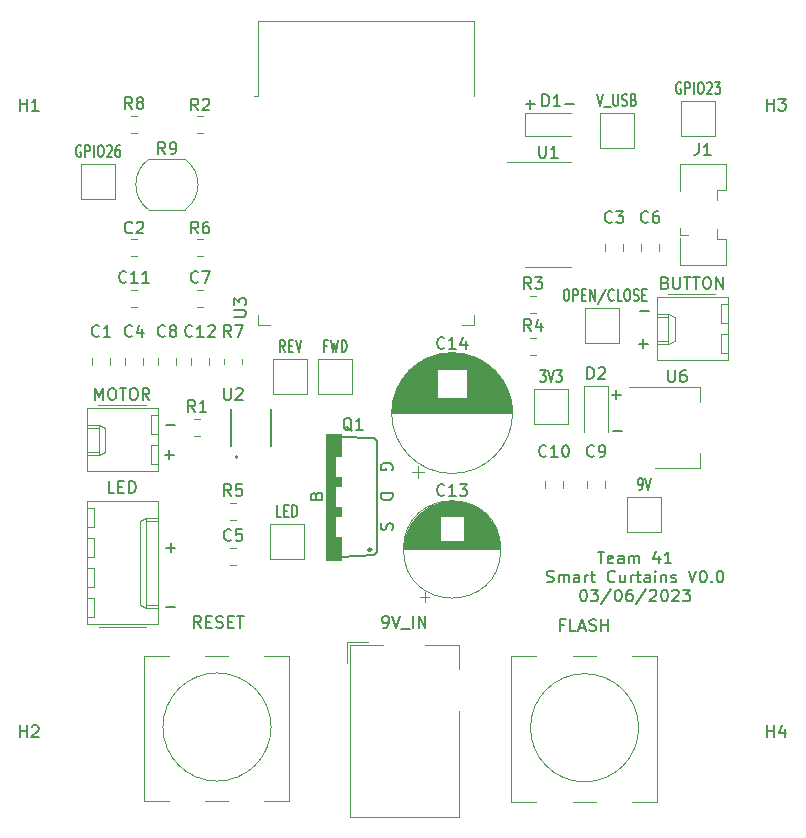
<source format=gto>
G04 #@! TF.GenerationSoftware,KiCad,Pcbnew,(6.0.10-0)*
G04 #@! TF.CreationDate,2023-03-07T13:43:11-06:00*
G04 #@! TF.ProjectId,v0.0,76302e30-2e6b-4696-9361-645f70636258,rev?*
G04 #@! TF.SameCoordinates,Original*
G04 #@! TF.FileFunction,Legend,Top*
G04 #@! TF.FilePolarity,Positive*
%FSLAX46Y46*%
G04 Gerber Fmt 4.6, Leading zero omitted, Abs format (unit mm)*
G04 Created by KiCad (PCBNEW (6.0.10-0)) date 2023-03-07 13:43:11*
%MOMM*%
%LPD*%
G01*
G04 APERTURE LIST*
%ADD10C,0.150000*%
%ADD11C,0.120000*%
%ADD12C,0.010000*%
%ADD13C,0.254000*%
%ADD14C,0.152400*%
%ADD15C,0.127000*%
%ADD16C,0.200000*%
G04 APERTURE END LIST*
D10*
X164963285Y-57872380D02*
X165213285Y-58872380D01*
X165463285Y-57872380D01*
X165534714Y-58967619D02*
X166106142Y-58967619D01*
X166284714Y-57872380D02*
X166284714Y-58681904D01*
X166320428Y-58777142D01*
X166356142Y-58824761D01*
X166427571Y-58872380D01*
X166570428Y-58872380D01*
X166641857Y-58824761D01*
X166677571Y-58777142D01*
X166713285Y-58681904D01*
X166713285Y-57872380D01*
X167034714Y-58824761D02*
X167141857Y-58872380D01*
X167320428Y-58872380D01*
X167391857Y-58824761D01*
X167427571Y-58777142D01*
X167463285Y-58681904D01*
X167463285Y-58586666D01*
X167427571Y-58491428D01*
X167391857Y-58443809D01*
X167320428Y-58396190D01*
X167177571Y-58348571D01*
X167106142Y-58300952D01*
X167070428Y-58253333D01*
X167034714Y-58158095D01*
X167034714Y-58062857D01*
X167070428Y-57967619D01*
X167106142Y-57920000D01*
X167177571Y-57872380D01*
X167356142Y-57872380D01*
X167463285Y-57920000D01*
X168034714Y-58348571D02*
X168141857Y-58396190D01*
X168177571Y-58443809D01*
X168213285Y-58539047D01*
X168213285Y-58681904D01*
X168177571Y-58777142D01*
X168141857Y-58824761D01*
X168070428Y-58872380D01*
X167784714Y-58872380D01*
X167784714Y-57872380D01*
X168034714Y-57872380D01*
X168106142Y-57920000D01*
X168141857Y-57967619D01*
X168177571Y-58062857D01*
X168177571Y-58158095D01*
X168141857Y-58253333D01*
X168106142Y-58300952D01*
X168034714Y-58348571D01*
X167784714Y-58348571D01*
X162268714Y-74382380D02*
X162411571Y-74382380D01*
X162483000Y-74430000D01*
X162554428Y-74525238D01*
X162590142Y-74715714D01*
X162590142Y-75049047D01*
X162554428Y-75239523D01*
X162483000Y-75334761D01*
X162411571Y-75382380D01*
X162268714Y-75382380D01*
X162197285Y-75334761D01*
X162125857Y-75239523D01*
X162090142Y-75049047D01*
X162090142Y-74715714D01*
X162125857Y-74525238D01*
X162197285Y-74430000D01*
X162268714Y-74382380D01*
X162911571Y-75382380D02*
X162911571Y-74382380D01*
X163197285Y-74382380D01*
X163268714Y-74430000D01*
X163304428Y-74477619D01*
X163340142Y-74572857D01*
X163340142Y-74715714D01*
X163304428Y-74810952D01*
X163268714Y-74858571D01*
X163197285Y-74906190D01*
X162911571Y-74906190D01*
X163661571Y-74858571D02*
X163911571Y-74858571D01*
X164018714Y-75382380D02*
X163661571Y-75382380D01*
X163661571Y-74382380D01*
X164018714Y-74382380D01*
X164340142Y-75382380D02*
X164340142Y-74382380D01*
X164768714Y-75382380D01*
X164768714Y-74382380D01*
X165661571Y-74334761D02*
X165018714Y-75620476D01*
X166340142Y-75287142D02*
X166304428Y-75334761D01*
X166197285Y-75382380D01*
X166125857Y-75382380D01*
X166018714Y-75334761D01*
X165947285Y-75239523D01*
X165911571Y-75144285D01*
X165875857Y-74953809D01*
X165875857Y-74810952D01*
X165911571Y-74620476D01*
X165947285Y-74525238D01*
X166018714Y-74430000D01*
X166125857Y-74382380D01*
X166197285Y-74382380D01*
X166304428Y-74430000D01*
X166340142Y-74477619D01*
X167018714Y-75382380D02*
X166661571Y-75382380D01*
X166661571Y-74382380D01*
X167411571Y-74382380D02*
X167554428Y-74382380D01*
X167625857Y-74430000D01*
X167697285Y-74525238D01*
X167733000Y-74715714D01*
X167733000Y-75049047D01*
X167697285Y-75239523D01*
X167625857Y-75334761D01*
X167554428Y-75382380D01*
X167411571Y-75382380D01*
X167340142Y-75334761D01*
X167268714Y-75239523D01*
X167233000Y-75049047D01*
X167233000Y-74715714D01*
X167268714Y-74525238D01*
X167340142Y-74430000D01*
X167411571Y-74382380D01*
X168018714Y-75334761D02*
X168125857Y-75382380D01*
X168304428Y-75382380D01*
X168375857Y-75334761D01*
X168411571Y-75287142D01*
X168447285Y-75191904D01*
X168447285Y-75096666D01*
X168411571Y-75001428D01*
X168375857Y-74953809D01*
X168304428Y-74906190D01*
X168161571Y-74858571D01*
X168090142Y-74810952D01*
X168054428Y-74763333D01*
X168018714Y-74668095D01*
X168018714Y-74572857D01*
X168054428Y-74477619D01*
X168090142Y-74430000D01*
X168161571Y-74382380D01*
X168340142Y-74382380D01*
X168447285Y-74430000D01*
X168768714Y-74858571D02*
X169018714Y-74858571D01*
X169125857Y-75382380D02*
X168768714Y-75382380D01*
X168768714Y-74382380D01*
X169125857Y-74382380D01*
X160107428Y-81240380D02*
X160571714Y-81240380D01*
X160321714Y-81621333D01*
X160428857Y-81621333D01*
X160500285Y-81668952D01*
X160536000Y-81716571D01*
X160571714Y-81811809D01*
X160571714Y-82049904D01*
X160536000Y-82145142D01*
X160500285Y-82192761D01*
X160428857Y-82240380D01*
X160214571Y-82240380D01*
X160143142Y-82192761D01*
X160107428Y-82145142D01*
X160786000Y-81240380D02*
X161036000Y-82240380D01*
X161286000Y-81240380D01*
X161464571Y-81240380D02*
X161928857Y-81240380D01*
X161678857Y-81621333D01*
X161786000Y-81621333D01*
X161857428Y-81668952D01*
X161893142Y-81716571D01*
X161928857Y-81811809D01*
X161928857Y-82049904D01*
X161893142Y-82145142D01*
X161857428Y-82192761D01*
X161786000Y-82240380D01*
X161571714Y-82240380D01*
X161500285Y-82192761D01*
X161464571Y-82145142D01*
X168445714Y-91384380D02*
X168588571Y-91384380D01*
X168660000Y-91336761D01*
X168695714Y-91289142D01*
X168767142Y-91146285D01*
X168802857Y-90955809D01*
X168802857Y-90574857D01*
X168767142Y-90479619D01*
X168731428Y-90432000D01*
X168660000Y-90384380D01*
X168517142Y-90384380D01*
X168445714Y-90432000D01*
X168410000Y-90479619D01*
X168374285Y-90574857D01*
X168374285Y-90812952D01*
X168410000Y-90908190D01*
X168445714Y-90955809D01*
X168517142Y-91003428D01*
X168660000Y-91003428D01*
X168731428Y-90955809D01*
X168767142Y-90908190D01*
X168802857Y-90812952D01*
X169017142Y-90384380D02*
X169267142Y-91384380D01*
X169517142Y-90384380D01*
X138201857Y-93670380D02*
X137844714Y-93670380D01*
X137844714Y-92670380D01*
X138451857Y-93146571D02*
X138701857Y-93146571D01*
X138809000Y-93670380D02*
X138451857Y-93670380D01*
X138451857Y-92670380D01*
X138809000Y-92670380D01*
X139130428Y-93670380D02*
X139130428Y-92670380D01*
X139309000Y-92670380D01*
X139416142Y-92718000D01*
X139487571Y-92813238D01*
X139523285Y-92908476D01*
X139559000Y-93098952D01*
X139559000Y-93241809D01*
X139523285Y-93432285D01*
X139487571Y-93527523D01*
X139416142Y-93622761D01*
X139309000Y-93670380D01*
X139130428Y-93670380D01*
X142051571Y-79176571D02*
X141801571Y-79176571D01*
X141801571Y-79700380D02*
X141801571Y-78700380D01*
X142158714Y-78700380D01*
X142373000Y-78700380D02*
X142551571Y-79700380D01*
X142694428Y-78986095D01*
X142837285Y-79700380D01*
X143015857Y-78700380D01*
X143301571Y-79700380D02*
X143301571Y-78700380D01*
X143480142Y-78700380D01*
X143587285Y-78748000D01*
X143658714Y-78843238D01*
X143694428Y-78938476D01*
X143730142Y-79128952D01*
X143730142Y-79271809D01*
X143694428Y-79462285D01*
X143658714Y-79557523D01*
X143587285Y-79652761D01*
X143480142Y-79700380D01*
X143301571Y-79700380D01*
X138509428Y-79700380D02*
X138259428Y-79224190D01*
X138080857Y-79700380D02*
X138080857Y-78700380D01*
X138366571Y-78700380D01*
X138438000Y-78748000D01*
X138473714Y-78795619D01*
X138509428Y-78890857D01*
X138509428Y-79033714D01*
X138473714Y-79128952D01*
X138438000Y-79176571D01*
X138366571Y-79224190D01*
X138080857Y-79224190D01*
X138830857Y-79176571D02*
X139080857Y-79176571D01*
X139188000Y-79700380D02*
X138830857Y-79700380D01*
X138830857Y-78700380D01*
X139188000Y-78700380D01*
X139402285Y-78700380D02*
X139652285Y-79700380D01*
X139902285Y-78700380D01*
X121217714Y-62238000D02*
X121146285Y-62190380D01*
X121039142Y-62190380D01*
X120932000Y-62238000D01*
X120860571Y-62333238D01*
X120824857Y-62428476D01*
X120789142Y-62618952D01*
X120789142Y-62761809D01*
X120824857Y-62952285D01*
X120860571Y-63047523D01*
X120932000Y-63142761D01*
X121039142Y-63190380D01*
X121110571Y-63190380D01*
X121217714Y-63142761D01*
X121253428Y-63095142D01*
X121253428Y-62761809D01*
X121110571Y-62761809D01*
X121574857Y-63190380D02*
X121574857Y-62190380D01*
X121860571Y-62190380D01*
X121932000Y-62238000D01*
X121967714Y-62285619D01*
X122003428Y-62380857D01*
X122003428Y-62523714D01*
X121967714Y-62618952D01*
X121932000Y-62666571D01*
X121860571Y-62714190D01*
X121574857Y-62714190D01*
X122324857Y-63190380D02*
X122324857Y-62190380D01*
X122824857Y-62190380D02*
X122967714Y-62190380D01*
X123039142Y-62238000D01*
X123110571Y-62333238D01*
X123146285Y-62523714D01*
X123146285Y-62857047D01*
X123110571Y-63047523D01*
X123039142Y-63142761D01*
X122967714Y-63190380D01*
X122824857Y-63190380D01*
X122753428Y-63142761D01*
X122682000Y-63047523D01*
X122646285Y-62857047D01*
X122646285Y-62523714D01*
X122682000Y-62333238D01*
X122753428Y-62238000D01*
X122824857Y-62190380D01*
X123432000Y-62285619D02*
X123467714Y-62238000D01*
X123539142Y-62190380D01*
X123717714Y-62190380D01*
X123789142Y-62238000D01*
X123824857Y-62285619D01*
X123860571Y-62380857D01*
X123860571Y-62476095D01*
X123824857Y-62618952D01*
X123396285Y-63190380D01*
X123860571Y-63190380D01*
X124503428Y-62190380D02*
X124360571Y-62190380D01*
X124289142Y-62238000D01*
X124253428Y-62285619D01*
X124182000Y-62428476D01*
X124146285Y-62618952D01*
X124146285Y-62999904D01*
X124182000Y-63095142D01*
X124217714Y-63142761D01*
X124289142Y-63190380D01*
X124432000Y-63190380D01*
X124503428Y-63142761D01*
X124539142Y-63095142D01*
X124574857Y-62999904D01*
X124574857Y-62761809D01*
X124539142Y-62666571D01*
X124503428Y-62618952D01*
X124432000Y-62571333D01*
X124289142Y-62571333D01*
X124217714Y-62618952D01*
X124182000Y-62666571D01*
X124146285Y-62761809D01*
X172017714Y-56904000D02*
X171946285Y-56856380D01*
X171839142Y-56856380D01*
X171732000Y-56904000D01*
X171660571Y-56999238D01*
X171624857Y-57094476D01*
X171589142Y-57284952D01*
X171589142Y-57427809D01*
X171624857Y-57618285D01*
X171660571Y-57713523D01*
X171732000Y-57808761D01*
X171839142Y-57856380D01*
X171910571Y-57856380D01*
X172017714Y-57808761D01*
X172053428Y-57761142D01*
X172053428Y-57427809D01*
X171910571Y-57427809D01*
X172374857Y-57856380D02*
X172374857Y-56856380D01*
X172660571Y-56856380D01*
X172732000Y-56904000D01*
X172767714Y-56951619D01*
X172803428Y-57046857D01*
X172803428Y-57189714D01*
X172767714Y-57284952D01*
X172732000Y-57332571D01*
X172660571Y-57380190D01*
X172374857Y-57380190D01*
X173124857Y-57856380D02*
X173124857Y-56856380D01*
X173624857Y-56856380D02*
X173767714Y-56856380D01*
X173839142Y-56904000D01*
X173910571Y-56999238D01*
X173946285Y-57189714D01*
X173946285Y-57523047D01*
X173910571Y-57713523D01*
X173839142Y-57808761D01*
X173767714Y-57856380D01*
X173624857Y-57856380D01*
X173553428Y-57808761D01*
X173482000Y-57713523D01*
X173446285Y-57523047D01*
X173446285Y-57189714D01*
X173482000Y-56999238D01*
X173553428Y-56904000D01*
X173624857Y-56856380D01*
X174232000Y-56951619D02*
X174267714Y-56904000D01*
X174339142Y-56856380D01*
X174517714Y-56856380D01*
X174589142Y-56904000D01*
X174624857Y-56951619D01*
X174660571Y-57046857D01*
X174660571Y-57142095D01*
X174624857Y-57284952D01*
X174196285Y-57856380D01*
X174660571Y-57856380D01*
X174910571Y-56856380D02*
X175374857Y-56856380D01*
X175124857Y-57237333D01*
X175232000Y-57237333D01*
X175303428Y-57284952D01*
X175339142Y-57332571D01*
X175374857Y-57427809D01*
X175374857Y-57665904D01*
X175339142Y-57761142D01*
X175303428Y-57808761D01*
X175232000Y-57856380D01*
X175017714Y-57856380D01*
X174946285Y-57808761D01*
X174910571Y-57761142D01*
X164981333Y-96605380D02*
X165552761Y-96605380D01*
X165267047Y-97605380D02*
X165267047Y-96605380D01*
X166267047Y-97557761D02*
X166171809Y-97605380D01*
X165981333Y-97605380D01*
X165886095Y-97557761D01*
X165838476Y-97462523D01*
X165838476Y-97081571D01*
X165886095Y-96986333D01*
X165981333Y-96938714D01*
X166171809Y-96938714D01*
X166267047Y-96986333D01*
X166314666Y-97081571D01*
X166314666Y-97176809D01*
X165838476Y-97272047D01*
X167171809Y-97605380D02*
X167171809Y-97081571D01*
X167124190Y-96986333D01*
X167028952Y-96938714D01*
X166838476Y-96938714D01*
X166743238Y-96986333D01*
X167171809Y-97557761D02*
X167076571Y-97605380D01*
X166838476Y-97605380D01*
X166743238Y-97557761D01*
X166695619Y-97462523D01*
X166695619Y-97367285D01*
X166743238Y-97272047D01*
X166838476Y-97224428D01*
X167076571Y-97224428D01*
X167171809Y-97176809D01*
X167648000Y-97605380D02*
X167648000Y-96938714D01*
X167648000Y-97033952D02*
X167695619Y-96986333D01*
X167790857Y-96938714D01*
X167933714Y-96938714D01*
X168028952Y-96986333D01*
X168076571Y-97081571D01*
X168076571Y-97605380D01*
X168076571Y-97081571D02*
X168124190Y-96986333D01*
X168219428Y-96938714D01*
X168362285Y-96938714D01*
X168457523Y-96986333D01*
X168505142Y-97081571D01*
X168505142Y-97605380D01*
X170171809Y-96938714D02*
X170171809Y-97605380D01*
X169933714Y-96557761D02*
X169695619Y-97272047D01*
X170314666Y-97272047D01*
X171219428Y-97605380D02*
X170648000Y-97605380D01*
X170933714Y-97605380D02*
X170933714Y-96605380D01*
X170838476Y-96748238D01*
X170743238Y-96843476D01*
X170648000Y-96891095D01*
X160671809Y-99167761D02*
X160814666Y-99215380D01*
X161052761Y-99215380D01*
X161148000Y-99167761D01*
X161195619Y-99120142D01*
X161243238Y-99024904D01*
X161243238Y-98929666D01*
X161195619Y-98834428D01*
X161148000Y-98786809D01*
X161052761Y-98739190D01*
X160862285Y-98691571D01*
X160767047Y-98643952D01*
X160719428Y-98596333D01*
X160671809Y-98501095D01*
X160671809Y-98405857D01*
X160719428Y-98310619D01*
X160767047Y-98263000D01*
X160862285Y-98215380D01*
X161100380Y-98215380D01*
X161243238Y-98263000D01*
X161671809Y-99215380D02*
X161671809Y-98548714D01*
X161671809Y-98643952D02*
X161719428Y-98596333D01*
X161814666Y-98548714D01*
X161957523Y-98548714D01*
X162052761Y-98596333D01*
X162100380Y-98691571D01*
X162100380Y-99215380D01*
X162100380Y-98691571D02*
X162148000Y-98596333D01*
X162243238Y-98548714D01*
X162386095Y-98548714D01*
X162481333Y-98596333D01*
X162528952Y-98691571D01*
X162528952Y-99215380D01*
X163433714Y-99215380D02*
X163433714Y-98691571D01*
X163386095Y-98596333D01*
X163290857Y-98548714D01*
X163100380Y-98548714D01*
X163005142Y-98596333D01*
X163433714Y-99167761D02*
X163338476Y-99215380D01*
X163100380Y-99215380D01*
X163005142Y-99167761D01*
X162957523Y-99072523D01*
X162957523Y-98977285D01*
X163005142Y-98882047D01*
X163100380Y-98834428D01*
X163338476Y-98834428D01*
X163433714Y-98786809D01*
X163909904Y-99215380D02*
X163909904Y-98548714D01*
X163909904Y-98739190D02*
X163957523Y-98643952D01*
X164005142Y-98596333D01*
X164100380Y-98548714D01*
X164195619Y-98548714D01*
X164386095Y-98548714D02*
X164767047Y-98548714D01*
X164528952Y-98215380D02*
X164528952Y-99072523D01*
X164576571Y-99167761D01*
X164671809Y-99215380D01*
X164767047Y-99215380D01*
X166433714Y-99120142D02*
X166386095Y-99167761D01*
X166243238Y-99215380D01*
X166148000Y-99215380D01*
X166005142Y-99167761D01*
X165909904Y-99072523D01*
X165862285Y-98977285D01*
X165814666Y-98786809D01*
X165814666Y-98643952D01*
X165862285Y-98453476D01*
X165909904Y-98358238D01*
X166005142Y-98263000D01*
X166148000Y-98215380D01*
X166243238Y-98215380D01*
X166386095Y-98263000D01*
X166433714Y-98310619D01*
X167290857Y-98548714D02*
X167290857Y-99215380D01*
X166862285Y-98548714D02*
X166862285Y-99072523D01*
X166909904Y-99167761D01*
X167005142Y-99215380D01*
X167148000Y-99215380D01*
X167243238Y-99167761D01*
X167290857Y-99120142D01*
X167767047Y-99215380D02*
X167767047Y-98548714D01*
X167767047Y-98739190D02*
X167814666Y-98643952D01*
X167862285Y-98596333D01*
X167957523Y-98548714D01*
X168052761Y-98548714D01*
X168243238Y-98548714D02*
X168624190Y-98548714D01*
X168386095Y-98215380D02*
X168386095Y-99072523D01*
X168433714Y-99167761D01*
X168528952Y-99215380D01*
X168624190Y-99215380D01*
X169386095Y-99215380D02*
X169386095Y-98691571D01*
X169338476Y-98596333D01*
X169243238Y-98548714D01*
X169052761Y-98548714D01*
X168957523Y-98596333D01*
X169386095Y-99167761D02*
X169290857Y-99215380D01*
X169052761Y-99215380D01*
X168957523Y-99167761D01*
X168909904Y-99072523D01*
X168909904Y-98977285D01*
X168957523Y-98882047D01*
X169052761Y-98834428D01*
X169290857Y-98834428D01*
X169386095Y-98786809D01*
X169862285Y-99215380D02*
X169862285Y-98548714D01*
X169862285Y-98215380D02*
X169814666Y-98263000D01*
X169862285Y-98310619D01*
X169909904Y-98263000D01*
X169862285Y-98215380D01*
X169862285Y-98310619D01*
X170338476Y-98548714D02*
X170338476Y-99215380D01*
X170338476Y-98643952D02*
X170386095Y-98596333D01*
X170481333Y-98548714D01*
X170624190Y-98548714D01*
X170719428Y-98596333D01*
X170767047Y-98691571D01*
X170767047Y-99215380D01*
X171195619Y-99167761D02*
X171290857Y-99215380D01*
X171481333Y-99215380D01*
X171576571Y-99167761D01*
X171624190Y-99072523D01*
X171624190Y-99024904D01*
X171576571Y-98929666D01*
X171481333Y-98882047D01*
X171338476Y-98882047D01*
X171243238Y-98834428D01*
X171195619Y-98739190D01*
X171195619Y-98691571D01*
X171243238Y-98596333D01*
X171338476Y-98548714D01*
X171481333Y-98548714D01*
X171576571Y-98596333D01*
X172671809Y-98215380D02*
X173005142Y-99215380D01*
X173338476Y-98215380D01*
X173862285Y-98215380D02*
X173957523Y-98215380D01*
X174052761Y-98263000D01*
X174100380Y-98310619D01*
X174148000Y-98405857D01*
X174195619Y-98596333D01*
X174195619Y-98834428D01*
X174148000Y-99024904D01*
X174100380Y-99120142D01*
X174052761Y-99167761D01*
X173957523Y-99215380D01*
X173862285Y-99215380D01*
X173767047Y-99167761D01*
X173719428Y-99120142D01*
X173671809Y-99024904D01*
X173624190Y-98834428D01*
X173624190Y-98596333D01*
X173671809Y-98405857D01*
X173719428Y-98310619D01*
X173767047Y-98263000D01*
X173862285Y-98215380D01*
X174624190Y-99120142D02*
X174671809Y-99167761D01*
X174624190Y-99215380D01*
X174576571Y-99167761D01*
X174624190Y-99120142D01*
X174624190Y-99215380D01*
X175290857Y-98215380D02*
X175386095Y-98215380D01*
X175481333Y-98263000D01*
X175528952Y-98310619D01*
X175576571Y-98405857D01*
X175624190Y-98596333D01*
X175624190Y-98834428D01*
X175576571Y-99024904D01*
X175528952Y-99120142D01*
X175481333Y-99167761D01*
X175386095Y-99215380D01*
X175290857Y-99215380D01*
X175195619Y-99167761D01*
X175148000Y-99120142D01*
X175100380Y-99024904D01*
X175052761Y-98834428D01*
X175052761Y-98596333D01*
X175100380Y-98405857D01*
X175148000Y-98310619D01*
X175195619Y-98263000D01*
X175290857Y-98215380D01*
X163719428Y-99825380D02*
X163814666Y-99825380D01*
X163909904Y-99873000D01*
X163957523Y-99920619D01*
X164005142Y-100015857D01*
X164052761Y-100206333D01*
X164052761Y-100444428D01*
X164005142Y-100634904D01*
X163957523Y-100730142D01*
X163909904Y-100777761D01*
X163814666Y-100825380D01*
X163719428Y-100825380D01*
X163624190Y-100777761D01*
X163576571Y-100730142D01*
X163528952Y-100634904D01*
X163481333Y-100444428D01*
X163481333Y-100206333D01*
X163528952Y-100015857D01*
X163576571Y-99920619D01*
X163624190Y-99873000D01*
X163719428Y-99825380D01*
X164386095Y-99825380D02*
X165005142Y-99825380D01*
X164671809Y-100206333D01*
X164814666Y-100206333D01*
X164909904Y-100253952D01*
X164957523Y-100301571D01*
X165005142Y-100396809D01*
X165005142Y-100634904D01*
X164957523Y-100730142D01*
X164909904Y-100777761D01*
X164814666Y-100825380D01*
X164528952Y-100825380D01*
X164433714Y-100777761D01*
X164386095Y-100730142D01*
X166148000Y-99777761D02*
X165290857Y-101063476D01*
X166671809Y-99825380D02*
X166767047Y-99825380D01*
X166862285Y-99873000D01*
X166909904Y-99920619D01*
X166957523Y-100015857D01*
X167005142Y-100206333D01*
X167005142Y-100444428D01*
X166957523Y-100634904D01*
X166909904Y-100730142D01*
X166862285Y-100777761D01*
X166767047Y-100825380D01*
X166671809Y-100825380D01*
X166576571Y-100777761D01*
X166528952Y-100730142D01*
X166481333Y-100634904D01*
X166433714Y-100444428D01*
X166433714Y-100206333D01*
X166481333Y-100015857D01*
X166528952Y-99920619D01*
X166576571Y-99873000D01*
X166671809Y-99825380D01*
X167862285Y-99825380D02*
X167671809Y-99825380D01*
X167576571Y-99873000D01*
X167528952Y-99920619D01*
X167433714Y-100063476D01*
X167386095Y-100253952D01*
X167386095Y-100634904D01*
X167433714Y-100730142D01*
X167481333Y-100777761D01*
X167576571Y-100825380D01*
X167767047Y-100825380D01*
X167862285Y-100777761D01*
X167909904Y-100730142D01*
X167957523Y-100634904D01*
X167957523Y-100396809D01*
X167909904Y-100301571D01*
X167862285Y-100253952D01*
X167767047Y-100206333D01*
X167576571Y-100206333D01*
X167481333Y-100253952D01*
X167433714Y-100301571D01*
X167386095Y-100396809D01*
X169100380Y-99777761D02*
X168243238Y-101063476D01*
X169386095Y-99920619D02*
X169433714Y-99873000D01*
X169528952Y-99825380D01*
X169767047Y-99825380D01*
X169862285Y-99873000D01*
X169909904Y-99920619D01*
X169957523Y-100015857D01*
X169957523Y-100111095D01*
X169909904Y-100253952D01*
X169338476Y-100825380D01*
X169957523Y-100825380D01*
X170576571Y-99825380D02*
X170671809Y-99825380D01*
X170767047Y-99873000D01*
X170814666Y-99920619D01*
X170862285Y-100015857D01*
X170909904Y-100206333D01*
X170909904Y-100444428D01*
X170862285Y-100634904D01*
X170814666Y-100730142D01*
X170767047Y-100777761D01*
X170671809Y-100825380D01*
X170576571Y-100825380D01*
X170481333Y-100777761D01*
X170433714Y-100730142D01*
X170386095Y-100634904D01*
X170338476Y-100444428D01*
X170338476Y-100206333D01*
X170386095Y-100015857D01*
X170433714Y-99920619D01*
X170481333Y-99873000D01*
X170576571Y-99825380D01*
X171290857Y-99920619D02*
X171338476Y-99873000D01*
X171433714Y-99825380D01*
X171671809Y-99825380D01*
X171767047Y-99873000D01*
X171814666Y-99920619D01*
X171862285Y-100015857D01*
X171862285Y-100111095D01*
X171814666Y-100253952D01*
X171243238Y-100825380D01*
X171862285Y-100825380D01*
X172195619Y-99825380D02*
X172814666Y-99825380D01*
X172481333Y-100206333D01*
X172624190Y-100206333D01*
X172719428Y-100253952D01*
X172767047Y-100301571D01*
X172814666Y-100396809D01*
X172814666Y-100634904D01*
X172767047Y-100730142D01*
X172719428Y-100777761D01*
X172624190Y-100825380D01*
X172338476Y-100825380D01*
X172243238Y-100777761D01*
X172195619Y-100730142D01*
X133945333Y-95607142D02*
X133897714Y-95654761D01*
X133754857Y-95702380D01*
X133659619Y-95702380D01*
X133516761Y-95654761D01*
X133421523Y-95559523D01*
X133373904Y-95464285D01*
X133326285Y-95273809D01*
X133326285Y-95130952D01*
X133373904Y-94940476D01*
X133421523Y-94845238D01*
X133516761Y-94750000D01*
X133659619Y-94702380D01*
X133754857Y-94702380D01*
X133897714Y-94750000D01*
X133945333Y-94797619D01*
X134850095Y-94702380D02*
X134373904Y-94702380D01*
X134326285Y-95178571D01*
X134373904Y-95130952D01*
X134469142Y-95083333D01*
X134707238Y-95083333D01*
X134802476Y-95130952D01*
X134850095Y-95178571D01*
X134897714Y-95273809D01*
X134897714Y-95511904D01*
X134850095Y-95607142D01*
X134802476Y-95654761D01*
X134707238Y-95702380D01*
X134469142Y-95702380D01*
X134373904Y-95654761D01*
X134326285Y-95607142D01*
X131151333Y-69668380D02*
X130818000Y-69192190D01*
X130579904Y-69668380D02*
X130579904Y-68668380D01*
X130960857Y-68668380D01*
X131056095Y-68716000D01*
X131103714Y-68763619D01*
X131151333Y-68858857D01*
X131151333Y-69001714D01*
X131103714Y-69096952D01*
X131056095Y-69144571D01*
X130960857Y-69192190D01*
X130579904Y-69192190D01*
X132008476Y-68668380D02*
X131818000Y-68668380D01*
X131722761Y-68716000D01*
X131675142Y-68763619D01*
X131579904Y-68906476D01*
X131532285Y-69096952D01*
X131532285Y-69477904D01*
X131579904Y-69573142D01*
X131627523Y-69620761D01*
X131722761Y-69668380D01*
X131913238Y-69668380D01*
X132008476Y-69620761D01*
X132056095Y-69573142D01*
X132103714Y-69477904D01*
X132103714Y-69239809D01*
X132056095Y-69144571D01*
X132008476Y-69096952D01*
X131913238Y-69049333D01*
X131722761Y-69049333D01*
X131627523Y-69096952D01*
X131579904Y-69144571D01*
X131532285Y-69239809D01*
X124071142Y-91638380D02*
X123594952Y-91638380D01*
X123594952Y-90638380D01*
X124404476Y-91114571D02*
X124737809Y-91114571D01*
X124880666Y-91638380D02*
X124404476Y-91638380D01*
X124404476Y-90638380D01*
X124880666Y-90638380D01*
X125309238Y-91638380D02*
X125309238Y-90638380D01*
X125547333Y-90638380D01*
X125690190Y-90686000D01*
X125785428Y-90781238D01*
X125833047Y-90876476D01*
X125880666Y-91066952D01*
X125880666Y-91209809D01*
X125833047Y-91400285D01*
X125785428Y-91495523D01*
X125690190Y-91590761D01*
X125547333Y-91638380D01*
X125309238Y-91638380D01*
X129158952Y-101274571D02*
X128397047Y-101274571D01*
X128849428Y-96646952D02*
X128849428Y-95885047D01*
X129230380Y-96266000D02*
X128468476Y-96266000D01*
X164679333Y-88495142D02*
X164631714Y-88542761D01*
X164488857Y-88590380D01*
X164393619Y-88590380D01*
X164250761Y-88542761D01*
X164155523Y-88447523D01*
X164107904Y-88352285D01*
X164060285Y-88161809D01*
X164060285Y-88018952D01*
X164107904Y-87828476D01*
X164155523Y-87733238D01*
X164250761Y-87638000D01*
X164393619Y-87590380D01*
X164488857Y-87590380D01*
X164631714Y-87638000D01*
X164679333Y-87685619D01*
X165155523Y-88590380D02*
X165346000Y-88590380D01*
X165441238Y-88542761D01*
X165488857Y-88495142D01*
X165584095Y-88352285D01*
X165631714Y-88161809D01*
X165631714Y-87780857D01*
X165584095Y-87685619D01*
X165536476Y-87638000D01*
X165441238Y-87590380D01*
X165250761Y-87590380D01*
X165155523Y-87638000D01*
X165107904Y-87685619D01*
X165060285Y-87780857D01*
X165060285Y-88018952D01*
X165107904Y-88114190D01*
X165155523Y-88161809D01*
X165250761Y-88209428D01*
X165441238Y-88209428D01*
X165536476Y-88161809D01*
X165584095Y-88114190D01*
X165631714Y-88018952D01*
X166203333Y-68683142D02*
X166155714Y-68730761D01*
X166012857Y-68778380D01*
X165917619Y-68778380D01*
X165774761Y-68730761D01*
X165679523Y-68635523D01*
X165631904Y-68540285D01*
X165584285Y-68349809D01*
X165584285Y-68206952D01*
X165631904Y-68016476D01*
X165679523Y-67921238D01*
X165774761Y-67826000D01*
X165917619Y-67778380D01*
X166012857Y-67778380D01*
X166155714Y-67826000D01*
X166203333Y-67873619D01*
X166536666Y-67778380D02*
X167155714Y-67778380D01*
X166822380Y-68159333D01*
X166965238Y-68159333D01*
X167060476Y-68206952D01*
X167108095Y-68254571D01*
X167155714Y-68349809D01*
X167155714Y-68587904D01*
X167108095Y-68683142D01*
X167060476Y-68730761D01*
X166965238Y-68778380D01*
X166679523Y-68778380D01*
X166584285Y-68730761D01*
X166536666Y-68683142D01*
X128357333Y-78342394D02*
X128309714Y-78390013D01*
X128166857Y-78437632D01*
X128071619Y-78437632D01*
X127928761Y-78390013D01*
X127833523Y-78294775D01*
X127785904Y-78199537D01*
X127738285Y-78009061D01*
X127738285Y-77866204D01*
X127785904Y-77675728D01*
X127833523Y-77580490D01*
X127928761Y-77485252D01*
X128071619Y-77437632D01*
X128166857Y-77437632D01*
X128309714Y-77485252D01*
X128357333Y-77532871D01*
X128928761Y-77866204D02*
X128833523Y-77818585D01*
X128785904Y-77770966D01*
X128738285Y-77675728D01*
X128738285Y-77628109D01*
X128785904Y-77532871D01*
X128833523Y-77485252D01*
X128928761Y-77437632D01*
X129119238Y-77437632D01*
X129214476Y-77485252D01*
X129262095Y-77532871D01*
X129309714Y-77628109D01*
X129309714Y-77675728D01*
X129262095Y-77770966D01*
X129214476Y-77818585D01*
X129119238Y-77866204D01*
X128928761Y-77866204D01*
X128833523Y-77913823D01*
X128785904Y-77961442D01*
X128738285Y-78056680D01*
X128738285Y-78247156D01*
X128785904Y-78342394D01*
X128833523Y-78390013D01*
X128928761Y-78437632D01*
X129119238Y-78437632D01*
X129214476Y-78390013D01*
X129262095Y-78342394D01*
X129309714Y-78247156D01*
X129309714Y-78056680D01*
X129262095Y-77961442D01*
X129214476Y-77913823D01*
X129119238Y-77866204D01*
X131389619Y-103068380D02*
X131056285Y-102592190D01*
X130818190Y-103068380D02*
X130818190Y-102068380D01*
X131199142Y-102068380D01*
X131294380Y-102116000D01*
X131342000Y-102163619D01*
X131389619Y-102258857D01*
X131389619Y-102401714D01*
X131342000Y-102496952D01*
X131294380Y-102544571D01*
X131199142Y-102592190D01*
X130818190Y-102592190D01*
X131818190Y-102544571D02*
X132151523Y-102544571D01*
X132294380Y-103068380D02*
X131818190Y-103068380D01*
X131818190Y-102068380D01*
X132294380Y-102068380D01*
X132675333Y-103020761D02*
X132818190Y-103068380D01*
X133056285Y-103068380D01*
X133151523Y-103020761D01*
X133199142Y-102973142D01*
X133246761Y-102877904D01*
X133246761Y-102782666D01*
X133199142Y-102687428D01*
X133151523Y-102639809D01*
X133056285Y-102592190D01*
X132865809Y-102544571D01*
X132770571Y-102496952D01*
X132722952Y-102449333D01*
X132675333Y-102354095D01*
X132675333Y-102258857D01*
X132722952Y-102163619D01*
X132770571Y-102116000D01*
X132865809Y-102068380D01*
X133103904Y-102068380D01*
X133246761Y-102116000D01*
X133675333Y-102544571D02*
X134008666Y-102544571D01*
X134151523Y-103068380D02*
X133675333Y-103068380D01*
X133675333Y-102068380D01*
X134151523Y-102068380D01*
X134437238Y-102068380D02*
X135008666Y-102068380D01*
X134722952Y-103068380D02*
X134722952Y-102068380D01*
X152011142Y-79351142D02*
X151963523Y-79398761D01*
X151820666Y-79446380D01*
X151725428Y-79446380D01*
X151582571Y-79398761D01*
X151487333Y-79303523D01*
X151439714Y-79208285D01*
X151392095Y-79017809D01*
X151392095Y-78874952D01*
X151439714Y-78684476D01*
X151487333Y-78589238D01*
X151582571Y-78494000D01*
X151725428Y-78446380D01*
X151820666Y-78446380D01*
X151963523Y-78494000D01*
X152011142Y-78541619D01*
X152963523Y-79446380D02*
X152392095Y-79446380D01*
X152677809Y-79446380D02*
X152677809Y-78446380D01*
X152582571Y-78589238D01*
X152487333Y-78684476D01*
X152392095Y-78732095D01*
X153820666Y-78779714D02*
X153820666Y-79446380D01*
X153582571Y-78398761D02*
X153344476Y-79113047D01*
X153963523Y-79113047D01*
X160020095Y-62244380D02*
X160020095Y-63053904D01*
X160067714Y-63149142D01*
X160115333Y-63196761D01*
X160210571Y-63244380D01*
X160401047Y-63244380D01*
X160496285Y-63196761D01*
X160543904Y-63149142D01*
X160591523Y-63053904D01*
X160591523Y-62244380D01*
X161591523Y-63244380D02*
X161020095Y-63244380D01*
X161305809Y-63244380D02*
X161305809Y-62244380D01*
X161210571Y-62387238D01*
X161115333Y-62482476D01*
X161020095Y-62530095D01*
X122769333Y-78335142D02*
X122721714Y-78382761D01*
X122578857Y-78430380D01*
X122483619Y-78430380D01*
X122340761Y-78382761D01*
X122245523Y-78287523D01*
X122197904Y-78192285D01*
X122150285Y-78001809D01*
X122150285Y-77858952D01*
X122197904Y-77668476D01*
X122245523Y-77573238D01*
X122340761Y-77478000D01*
X122483619Y-77430380D01*
X122578857Y-77430380D01*
X122721714Y-77478000D01*
X122769333Y-77525619D01*
X123721714Y-78430380D02*
X123150285Y-78430380D01*
X123436000Y-78430380D02*
X123436000Y-77430380D01*
X123340761Y-77573238D01*
X123245523Y-77668476D01*
X123150285Y-77716095D01*
X179324095Y-59262380D02*
X179324095Y-58262380D01*
X179324095Y-58738571D02*
X179895523Y-58738571D01*
X179895523Y-59262380D02*
X179895523Y-58262380D01*
X180276476Y-58262380D02*
X180895523Y-58262380D01*
X180562190Y-58643333D01*
X180705047Y-58643333D01*
X180800285Y-58690952D01*
X180847904Y-58738571D01*
X180895523Y-58833809D01*
X180895523Y-59071904D01*
X180847904Y-59167142D01*
X180800285Y-59214761D01*
X180705047Y-59262380D01*
X180419333Y-59262380D01*
X180324095Y-59214761D01*
X180276476Y-59167142D01*
X130897333Y-84780380D02*
X130564000Y-84304190D01*
X130325904Y-84780380D02*
X130325904Y-83780380D01*
X130706857Y-83780380D01*
X130802095Y-83828000D01*
X130849714Y-83875619D01*
X130897333Y-83970857D01*
X130897333Y-84113714D01*
X130849714Y-84208952D01*
X130802095Y-84256571D01*
X130706857Y-84304190D01*
X130325904Y-84304190D01*
X131849714Y-84780380D02*
X131278285Y-84780380D01*
X131564000Y-84780380D02*
X131564000Y-83780380D01*
X131468761Y-83923238D01*
X131373523Y-84018476D01*
X131278285Y-84066095D01*
X169251333Y-68683142D02*
X169203714Y-68730761D01*
X169060857Y-68778380D01*
X168965619Y-68778380D01*
X168822761Y-68730761D01*
X168727523Y-68635523D01*
X168679904Y-68540285D01*
X168632285Y-68349809D01*
X168632285Y-68206952D01*
X168679904Y-68016476D01*
X168727523Y-67921238D01*
X168822761Y-67826000D01*
X168965619Y-67778380D01*
X169060857Y-67778380D01*
X169203714Y-67826000D01*
X169251333Y-67873619D01*
X170108476Y-67778380D02*
X169918000Y-67778380D01*
X169822761Y-67826000D01*
X169775142Y-67873619D01*
X169679904Y-68016476D01*
X169632285Y-68206952D01*
X169632285Y-68587904D01*
X169679904Y-68683142D01*
X169727523Y-68730761D01*
X169822761Y-68778380D01*
X170013238Y-68778380D01*
X170108476Y-68730761D01*
X170156095Y-68683142D01*
X170203714Y-68587904D01*
X170203714Y-68349809D01*
X170156095Y-68254571D01*
X170108476Y-68206952D01*
X170013238Y-68159333D01*
X169822761Y-68159333D01*
X169727523Y-68206952D01*
X169679904Y-68254571D01*
X169632285Y-68349809D01*
X162139523Y-102798571D02*
X161806190Y-102798571D01*
X161806190Y-103322380D02*
X161806190Y-102322380D01*
X162282380Y-102322380D01*
X163139523Y-103322380D02*
X162663333Y-103322380D01*
X162663333Y-102322380D01*
X163425238Y-103036666D02*
X163901428Y-103036666D01*
X163330000Y-103322380D02*
X163663333Y-102322380D01*
X163996666Y-103322380D01*
X164282380Y-103274761D02*
X164425238Y-103322380D01*
X164663333Y-103322380D01*
X164758571Y-103274761D01*
X164806190Y-103227142D01*
X164853809Y-103131904D01*
X164853809Y-103036666D01*
X164806190Y-102941428D01*
X164758571Y-102893809D01*
X164663333Y-102846190D01*
X164472857Y-102798571D01*
X164377619Y-102750952D01*
X164330000Y-102703333D01*
X164282380Y-102608095D01*
X164282380Y-102512857D01*
X164330000Y-102417619D01*
X164377619Y-102370000D01*
X164472857Y-102322380D01*
X164710952Y-102322380D01*
X164853809Y-102370000D01*
X165282380Y-103322380D02*
X165282380Y-102322380D01*
X165282380Y-102798571D02*
X165853809Y-102798571D01*
X165853809Y-103322380D02*
X165853809Y-102322380D01*
X160297904Y-58904380D02*
X160297904Y-57904380D01*
X160536000Y-57904380D01*
X160678857Y-57952000D01*
X160774095Y-58047238D01*
X160821714Y-58142476D01*
X160869333Y-58332952D01*
X160869333Y-58475809D01*
X160821714Y-58666285D01*
X160774095Y-58761523D01*
X160678857Y-58856761D01*
X160536000Y-58904380D01*
X160297904Y-58904380D01*
X161821714Y-58904380D02*
X161250285Y-58904380D01*
X161536000Y-58904380D02*
X161536000Y-57904380D01*
X161440761Y-58047238D01*
X161345523Y-58142476D01*
X161250285Y-58190095D01*
X158877047Y-58745428D02*
X159638952Y-58745428D01*
X159258000Y-59126380D02*
X159258000Y-58364476D01*
X162179047Y-58745428D02*
X162940952Y-58745428D01*
X159345333Y-74366380D02*
X159012000Y-73890190D01*
X158773904Y-74366380D02*
X158773904Y-73366380D01*
X159154857Y-73366380D01*
X159250095Y-73414000D01*
X159297714Y-73461619D01*
X159345333Y-73556857D01*
X159345333Y-73699714D01*
X159297714Y-73794952D01*
X159250095Y-73842571D01*
X159154857Y-73890190D01*
X158773904Y-73890190D01*
X159678666Y-73366380D02*
X160297714Y-73366380D01*
X159964380Y-73747333D01*
X160107238Y-73747333D01*
X160202476Y-73794952D01*
X160250095Y-73842571D01*
X160297714Y-73937809D01*
X160297714Y-74175904D01*
X160250095Y-74271142D01*
X160202476Y-74318761D01*
X160107238Y-74366380D01*
X159821523Y-74366380D01*
X159726285Y-74318761D01*
X159678666Y-74271142D01*
X170712095Y-73842571D02*
X170854952Y-73890190D01*
X170902571Y-73937809D01*
X170950190Y-74033047D01*
X170950190Y-74175904D01*
X170902571Y-74271142D01*
X170854952Y-74318761D01*
X170759714Y-74366380D01*
X170378761Y-74366380D01*
X170378761Y-73366380D01*
X170712095Y-73366380D01*
X170807333Y-73414000D01*
X170854952Y-73461619D01*
X170902571Y-73556857D01*
X170902571Y-73652095D01*
X170854952Y-73747333D01*
X170807333Y-73794952D01*
X170712095Y-73842571D01*
X170378761Y-73842571D01*
X171378761Y-73366380D02*
X171378761Y-74175904D01*
X171426380Y-74271142D01*
X171474000Y-74318761D01*
X171569238Y-74366380D01*
X171759714Y-74366380D01*
X171854952Y-74318761D01*
X171902571Y-74271142D01*
X171950190Y-74175904D01*
X171950190Y-73366380D01*
X172283523Y-73366380D02*
X172854952Y-73366380D01*
X172569238Y-74366380D02*
X172569238Y-73366380D01*
X173045428Y-73366380D02*
X173616857Y-73366380D01*
X173331142Y-74366380D02*
X173331142Y-73366380D01*
X174140666Y-73366380D02*
X174331142Y-73366380D01*
X174426380Y-73414000D01*
X174521619Y-73509238D01*
X174569238Y-73699714D01*
X174569238Y-74033047D01*
X174521619Y-74223523D01*
X174426380Y-74318761D01*
X174331142Y-74366380D01*
X174140666Y-74366380D01*
X174045428Y-74318761D01*
X173950190Y-74223523D01*
X173902571Y-74033047D01*
X173902571Y-73699714D01*
X173950190Y-73509238D01*
X174045428Y-73414000D01*
X174140666Y-73366380D01*
X174997809Y-74366380D02*
X174997809Y-73366380D01*
X175569238Y-74366380D01*
X175569238Y-73366380D01*
X168529047Y-76271428D02*
X169290952Y-76271428D01*
X168838571Y-78613047D02*
X168838571Y-79374952D01*
X168457619Y-78994000D02*
X169219523Y-78994000D01*
X131151333Y-73763142D02*
X131103714Y-73810761D01*
X130960857Y-73858380D01*
X130865619Y-73858380D01*
X130722761Y-73810761D01*
X130627523Y-73715523D01*
X130579904Y-73620285D01*
X130532285Y-73429809D01*
X130532285Y-73286952D01*
X130579904Y-73096476D01*
X130627523Y-73001238D01*
X130722761Y-72906000D01*
X130865619Y-72858380D01*
X130960857Y-72858380D01*
X131103714Y-72906000D01*
X131151333Y-72953619D01*
X131484666Y-72858380D02*
X132151333Y-72858380D01*
X131722761Y-73858380D01*
X160647142Y-88495142D02*
X160599523Y-88542761D01*
X160456666Y-88590380D01*
X160361428Y-88590380D01*
X160218571Y-88542761D01*
X160123333Y-88447523D01*
X160075714Y-88352285D01*
X160028095Y-88161809D01*
X160028095Y-88018952D01*
X160075714Y-87828476D01*
X160123333Y-87733238D01*
X160218571Y-87638000D01*
X160361428Y-87590380D01*
X160456666Y-87590380D01*
X160599523Y-87638000D01*
X160647142Y-87685619D01*
X161599523Y-88590380D02*
X161028095Y-88590380D01*
X161313809Y-88590380D02*
X161313809Y-87590380D01*
X161218571Y-87733238D01*
X161123333Y-87828476D01*
X161028095Y-87876095D01*
X162218571Y-87590380D02*
X162313809Y-87590380D01*
X162409047Y-87638000D01*
X162456666Y-87685619D01*
X162504285Y-87780857D01*
X162551904Y-87971333D01*
X162551904Y-88209428D01*
X162504285Y-88399904D01*
X162456666Y-88495142D01*
X162409047Y-88542761D01*
X162313809Y-88590380D01*
X162218571Y-88590380D01*
X162123333Y-88542761D01*
X162075714Y-88495142D01*
X162028095Y-88399904D01*
X161980476Y-88209428D01*
X161980476Y-87971333D01*
X162028095Y-87780857D01*
X162075714Y-87685619D01*
X162123333Y-87638000D01*
X162218571Y-87590380D01*
X125087142Y-73763142D02*
X125039523Y-73810761D01*
X124896666Y-73858380D01*
X124801428Y-73858380D01*
X124658571Y-73810761D01*
X124563333Y-73715523D01*
X124515714Y-73620285D01*
X124468095Y-73429809D01*
X124468095Y-73286952D01*
X124515714Y-73096476D01*
X124563333Y-73001238D01*
X124658571Y-72906000D01*
X124801428Y-72858380D01*
X124896666Y-72858380D01*
X125039523Y-72906000D01*
X125087142Y-72953619D01*
X126039523Y-73858380D02*
X125468095Y-73858380D01*
X125753809Y-73858380D02*
X125753809Y-72858380D01*
X125658571Y-73001238D01*
X125563333Y-73096476D01*
X125468095Y-73144095D01*
X126991904Y-73858380D02*
X126420476Y-73858380D01*
X126706190Y-73858380D02*
X126706190Y-72858380D01*
X126610952Y-73001238D01*
X126515714Y-73096476D01*
X126420476Y-73144095D01*
X146828095Y-103068380D02*
X147018571Y-103068380D01*
X147113809Y-103020761D01*
X147161428Y-102973142D01*
X147256666Y-102830285D01*
X147304285Y-102639809D01*
X147304285Y-102258857D01*
X147256666Y-102163619D01*
X147209047Y-102116000D01*
X147113809Y-102068380D01*
X146923333Y-102068380D01*
X146828095Y-102116000D01*
X146780476Y-102163619D01*
X146732857Y-102258857D01*
X146732857Y-102496952D01*
X146780476Y-102592190D01*
X146828095Y-102639809D01*
X146923333Y-102687428D01*
X147113809Y-102687428D01*
X147209047Y-102639809D01*
X147256666Y-102592190D01*
X147304285Y-102496952D01*
X147590000Y-102068380D02*
X147923333Y-103068380D01*
X148256666Y-102068380D01*
X148351904Y-103163619D02*
X149113809Y-103163619D01*
X149351904Y-103068380D02*
X149351904Y-102068380D01*
X149828095Y-103068380D02*
X149828095Y-102068380D01*
X150399523Y-103068380D01*
X150399523Y-102068380D01*
X144176589Y-86400610D02*
X144081178Y-86352905D01*
X143985768Y-86257494D01*
X143842652Y-86114379D01*
X143747241Y-86066673D01*
X143651831Y-86066673D01*
X143699536Y-86305200D02*
X143604126Y-86257494D01*
X143508715Y-86162084D01*
X143461010Y-85971263D01*
X143461010Y-85637326D01*
X143508715Y-85446505D01*
X143604126Y-85351094D01*
X143699536Y-85303389D01*
X143890357Y-85303389D01*
X143985768Y-85351094D01*
X144081178Y-85446505D01*
X144128884Y-85637326D01*
X144128884Y-85971263D01*
X144081178Y-86162084D01*
X143985768Y-86257494D01*
X143890357Y-86305200D01*
X143699536Y-86305200D01*
X145082989Y-86305200D02*
X144510526Y-86305200D01*
X144796758Y-86305200D02*
X144796758Y-85303389D01*
X144701347Y-85446505D01*
X144605937Y-85541915D01*
X144510526Y-85589620D01*
X146661238Y-94202285D02*
X146613619Y-94345142D01*
X146613619Y-94583238D01*
X146661238Y-94678476D01*
X146708857Y-94726095D01*
X146804095Y-94773714D01*
X146899333Y-94773714D01*
X146994571Y-94726095D01*
X147042190Y-94678476D01*
X147089809Y-94583238D01*
X147137428Y-94392761D01*
X147185047Y-94297523D01*
X147232666Y-94249904D01*
X147327904Y-94202285D01*
X147423142Y-94202285D01*
X147518380Y-94249904D01*
X147566000Y-94297523D01*
X147613619Y-94392761D01*
X147613619Y-94630857D01*
X147566000Y-94773714D01*
X146613619Y-91686095D02*
X147613619Y-91686095D01*
X147613619Y-91924190D01*
X147566000Y-92067047D01*
X147470761Y-92162285D01*
X147375523Y-92209904D01*
X147185047Y-92257523D01*
X147042190Y-92257523D01*
X146851714Y-92209904D01*
X146756476Y-92162285D01*
X146661238Y-92067047D01*
X146613619Y-91924190D01*
X146613619Y-91686095D01*
X147566000Y-89669904D02*
X147613619Y-89574666D01*
X147613619Y-89431809D01*
X147566000Y-89288952D01*
X147470761Y-89193714D01*
X147375523Y-89146095D01*
X147185047Y-89098476D01*
X147042190Y-89098476D01*
X146851714Y-89146095D01*
X146756476Y-89193714D01*
X146661238Y-89288952D01*
X146613619Y-89431809D01*
X146613619Y-89527047D01*
X146661238Y-89669904D01*
X146708857Y-89717523D01*
X147042190Y-89717523D01*
X147042190Y-89527047D01*
X141152571Y-91876571D02*
X141200190Y-91733714D01*
X141247809Y-91686095D01*
X141343047Y-91638476D01*
X141485904Y-91638476D01*
X141581142Y-91686095D01*
X141628761Y-91733714D01*
X141676380Y-91828952D01*
X141676380Y-92209904D01*
X140676380Y-92209904D01*
X140676380Y-91876571D01*
X140724000Y-91781333D01*
X140771619Y-91733714D01*
X140866857Y-91686095D01*
X140962095Y-91686095D01*
X141057333Y-91733714D01*
X141104952Y-91781333D01*
X141152571Y-91876571D01*
X141152571Y-92209904D01*
X133945333Y-91892380D02*
X133612000Y-91416190D01*
X133373904Y-91892380D02*
X133373904Y-90892380D01*
X133754857Y-90892380D01*
X133850095Y-90940000D01*
X133897714Y-90987619D01*
X133945333Y-91082857D01*
X133945333Y-91225714D01*
X133897714Y-91320952D01*
X133850095Y-91368571D01*
X133754857Y-91416190D01*
X133373904Y-91416190D01*
X134850095Y-90892380D02*
X134373904Y-90892380D01*
X134326285Y-91368571D01*
X134373904Y-91320952D01*
X134469142Y-91273333D01*
X134707238Y-91273333D01*
X134802476Y-91320952D01*
X134850095Y-91368571D01*
X134897714Y-91463809D01*
X134897714Y-91701904D01*
X134850095Y-91797142D01*
X134802476Y-91844761D01*
X134707238Y-91892380D01*
X134469142Y-91892380D01*
X134373904Y-91844761D01*
X134326285Y-91797142D01*
X131151333Y-59254380D02*
X130818000Y-58778190D01*
X130579904Y-59254380D02*
X130579904Y-58254380D01*
X130960857Y-58254380D01*
X131056095Y-58302000D01*
X131103714Y-58349619D01*
X131151333Y-58444857D01*
X131151333Y-58587714D01*
X131103714Y-58682952D01*
X131056095Y-58730571D01*
X130960857Y-58778190D01*
X130579904Y-58778190D01*
X131532285Y-58349619D02*
X131579904Y-58302000D01*
X131675142Y-58254380D01*
X131913238Y-58254380D01*
X132008476Y-58302000D01*
X132056095Y-58349619D01*
X132103714Y-58444857D01*
X132103714Y-58540095D01*
X132056095Y-58682952D01*
X131484666Y-59254380D01*
X132103714Y-59254380D01*
X134192380Y-76706904D02*
X135001904Y-76706904D01*
X135097142Y-76659285D01*
X135144761Y-76611666D01*
X135192380Y-76516428D01*
X135192380Y-76325952D01*
X135144761Y-76230714D01*
X135097142Y-76183095D01*
X135001904Y-76135476D01*
X134192380Y-76135476D01*
X134192380Y-75754523D02*
X134192380Y-75135476D01*
X134573333Y-75468809D01*
X134573333Y-75325952D01*
X134620952Y-75230714D01*
X134668571Y-75183095D01*
X134763809Y-75135476D01*
X135001904Y-75135476D01*
X135097142Y-75183095D01*
X135144761Y-75230714D01*
X135192380Y-75325952D01*
X135192380Y-75611666D01*
X135144761Y-75706904D01*
X135097142Y-75754523D01*
X125563333Y-78342394D02*
X125515714Y-78390013D01*
X125372857Y-78437632D01*
X125277619Y-78437632D01*
X125134761Y-78390013D01*
X125039523Y-78294775D01*
X124991904Y-78199537D01*
X124944285Y-78009061D01*
X124944285Y-77866204D01*
X124991904Y-77675728D01*
X125039523Y-77580490D01*
X125134761Y-77485252D01*
X125277619Y-77437632D01*
X125372857Y-77437632D01*
X125515714Y-77485252D01*
X125563333Y-77532871D01*
X126420476Y-77770966D02*
X126420476Y-78437632D01*
X126182380Y-77390013D02*
X125944285Y-78104299D01*
X126563333Y-78104299D01*
X159345333Y-77922380D02*
X159012000Y-77446190D01*
X158773904Y-77922380D02*
X158773904Y-76922380D01*
X159154857Y-76922380D01*
X159250095Y-76970000D01*
X159297714Y-77017619D01*
X159345333Y-77112857D01*
X159345333Y-77255714D01*
X159297714Y-77350952D01*
X159250095Y-77398571D01*
X159154857Y-77446190D01*
X158773904Y-77446190D01*
X160202476Y-77255714D02*
X160202476Y-77922380D01*
X159964380Y-76874761D02*
X159726285Y-77589047D01*
X160345333Y-77589047D01*
X164107904Y-81986380D02*
X164107904Y-80986380D01*
X164346000Y-80986380D01*
X164488857Y-81034000D01*
X164584095Y-81129238D01*
X164631714Y-81224476D01*
X164679333Y-81414952D01*
X164679333Y-81557809D01*
X164631714Y-81748285D01*
X164584095Y-81843523D01*
X164488857Y-81938761D01*
X164346000Y-81986380D01*
X164107904Y-81986380D01*
X165060285Y-81081619D02*
X165107904Y-81034000D01*
X165203142Y-80986380D01*
X165441238Y-80986380D01*
X165536476Y-81034000D01*
X165584095Y-81081619D01*
X165631714Y-81176857D01*
X165631714Y-81272095D01*
X165584095Y-81414952D01*
X165012666Y-81986380D01*
X165631714Y-81986380D01*
X166552571Y-82931047D02*
X166552571Y-83692952D01*
X166171619Y-83312000D02*
X166933523Y-83312000D01*
X166243047Y-86431428D02*
X167004952Y-86431428D01*
X133350095Y-82764380D02*
X133350095Y-83573904D01*
X133397714Y-83669142D01*
X133445333Y-83716761D01*
X133540571Y-83764380D01*
X133731047Y-83764380D01*
X133826285Y-83716761D01*
X133873904Y-83669142D01*
X133921523Y-83573904D01*
X133921523Y-82764380D01*
X134350095Y-82859619D02*
X134397714Y-82812000D01*
X134492952Y-82764380D01*
X134731047Y-82764380D01*
X134826285Y-82812000D01*
X134873904Y-82859619D01*
X134921523Y-82954857D01*
X134921523Y-83050095D01*
X134873904Y-83192952D01*
X134302476Y-83764380D01*
X134921523Y-83764380D01*
X179324095Y-112330380D02*
X179324095Y-111330380D01*
X179324095Y-111806571D02*
X179895523Y-111806571D01*
X179895523Y-112330380D02*
X179895523Y-111330380D01*
X180800285Y-111663714D02*
X180800285Y-112330380D01*
X180562190Y-111282761D02*
X180324095Y-111997047D01*
X180943142Y-111997047D01*
X125563333Y-59126380D02*
X125230000Y-58650190D01*
X124991904Y-59126380D02*
X124991904Y-58126380D01*
X125372857Y-58126380D01*
X125468095Y-58174000D01*
X125515714Y-58221619D01*
X125563333Y-58316857D01*
X125563333Y-58459714D01*
X125515714Y-58554952D01*
X125468095Y-58602571D01*
X125372857Y-58650190D01*
X124991904Y-58650190D01*
X126134761Y-58554952D02*
X126039523Y-58507333D01*
X125991904Y-58459714D01*
X125944285Y-58364476D01*
X125944285Y-58316857D01*
X125991904Y-58221619D01*
X126039523Y-58174000D01*
X126134761Y-58126380D01*
X126325238Y-58126380D01*
X126420476Y-58174000D01*
X126468095Y-58221619D01*
X126515714Y-58316857D01*
X126515714Y-58364476D01*
X126468095Y-58459714D01*
X126420476Y-58507333D01*
X126325238Y-58554952D01*
X126134761Y-58554952D01*
X126039523Y-58602571D01*
X125991904Y-58650190D01*
X125944285Y-58745428D01*
X125944285Y-58935904D01*
X125991904Y-59031142D01*
X126039523Y-59078761D01*
X126134761Y-59126380D01*
X126325238Y-59126380D01*
X126420476Y-59078761D01*
X126468095Y-59031142D01*
X126515714Y-58935904D01*
X126515714Y-58745428D01*
X126468095Y-58650190D01*
X126420476Y-58602571D01*
X126325238Y-58554952D01*
X116078095Y-112330380D02*
X116078095Y-111330380D01*
X116078095Y-111806571D02*
X116649523Y-111806571D01*
X116649523Y-112330380D02*
X116649523Y-111330380D01*
X117078095Y-111425619D02*
X117125714Y-111378000D01*
X117220952Y-111330380D01*
X117459047Y-111330380D01*
X117554285Y-111378000D01*
X117601904Y-111425619D01*
X117649523Y-111520857D01*
X117649523Y-111616095D01*
X117601904Y-111758952D01*
X117030476Y-112330380D01*
X117649523Y-112330380D01*
X152011142Y-91797142D02*
X151963523Y-91844761D01*
X151820666Y-91892380D01*
X151725428Y-91892380D01*
X151582571Y-91844761D01*
X151487333Y-91749523D01*
X151439714Y-91654285D01*
X151392095Y-91463809D01*
X151392095Y-91320952D01*
X151439714Y-91130476D01*
X151487333Y-91035238D01*
X151582571Y-90940000D01*
X151725428Y-90892380D01*
X151820666Y-90892380D01*
X151963523Y-90940000D01*
X152011142Y-90987619D01*
X152963523Y-91892380D02*
X152392095Y-91892380D01*
X152677809Y-91892380D02*
X152677809Y-90892380D01*
X152582571Y-91035238D01*
X152487333Y-91130476D01*
X152392095Y-91178095D01*
X153296857Y-90892380D02*
X153915904Y-90892380D01*
X153582571Y-91273333D01*
X153725428Y-91273333D01*
X153820666Y-91320952D01*
X153868285Y-91368571D01*
X153915904Y-91463809D01*
X153915904Y-91701904D01*
X153868285Y-91797142D01*
X153820666Y-91844761D01*
X153725428Y-91892380D01*
X153439714Y-91892380D01*
X153344476Y-91844761D01*
X153296857Y-91797142D01*
X170942095Y-81240380D02*
X170942095Y-82049904D01*
X170989714Y-82145142D01*
X171037333Y-82192761D01*
X171132571Y-82240380D01*
X171323047Y-82240380D01*
X171418285Y-82192761D01*
X171465904Y-82145142D01*
X171513523Y-82049904D01*
X171513523Y-81240380D01*
X172418285Y-81240380D02*
X172227809Y-81240380D01*
X172132571Y-81288000D01*
X172084952Y-81335619D01*
X171989714Y-81478476D01*
X171942095Y-81668952D01*
X171942095Y-82049904D01*
X171989714Y-82145142D01*
X172037333Y-82192761D01*
X172132571Y-82240380D01*
X172323047Y-82240380D01*
X172418285Y-82192761D01*
X172465904Y-82145142D01*
X172513523Y-82049904D01*
X172513523Y-81811809D01*
X172465904Y-81716571D01*
X172418285Y-81668952D01*
X172323047Y-81621333D01*
X172132571Y-81621333D01*
X172037333Y-81668952D01*
X171989714Y-81716571D01*
X171942095Y-81811809D01*
X122452095Y-83764380D02*
X122452095Y-82764380D01*
X122785428Y-83478666D01*
X123118761Y-82764380D01*
X123118761Y-83764380D01*
X123785428Y-82764380D02*
X123975904Y-82764380D01*
X124071142Y-82812000D01*
X124166380Y-82907238D01*
X124214000Y-83097714D01*
X124214000Y-83431047D01*
X124166380Y-83621523D01*
X124071142Y-83716761D01*
X123975904Y-83764380D01*
X123785428Y-83764380D01*
X123690190Y-83716761D01*
X123594952Y-83621523D01*
X123547333Y-83431047D01*
X123547333Y-83097714D01*
X123594952Y-82907238D01*
X123690190Y-82812000D01*
X123785428Y-82764380D01*
X124499714Y-82764380D02*
X125071142Y-82764380D01*
X124785428Y-83764380D02*
X124785428Y-82764380D01*
X125594952Y-82764380D02*
X125785428Y-82764380D01*
X125880666Y-82812000D01*
X125975904Y-82907238D01*
X126023523Y-83097714D01*
X126023523Y-83431047D01*
X125975904Y-83621523D01*
X125880666Y-83716761D01*
X125785428Y-83764380D01*
X125594952Y-83764380D01*
X125499714Y-83716761D01*
X125404476Y-83621523D01*
X125356857Y-83431047D01*
X125356857Y-83097714D01*
X125404476Y-82907238D01*
X125499714Y-82812000D01*
X125594952Y-82764380D01*
X127023523Y-83764380D02*
X126690190Y-83288190D01*
X126452095Y-83764380D02*
X126452095Y-82764380D01*
X126833047Y-82764380D01*
X126928285Y-82812000D01*
X126975904Y-82859619D01*
X127023523Y-82954857D01*
X127023523Y-83097714D01*
X126975904Y-83192952D01*
X126928285Y-83240571D01*
X126833047Y-83288190D01*
X126452095Y-83288190D01*
X128397047Y-85923428D02*
X129158952Y-85923428D01*
X128706571Y-88011047D02*
X128706571Y-88772952D01*
X128325619Y-88392000D02*
X129087523Y-88392000D01*
X116078095Y-59262380D02*
X116078095Y-58262380D01*
X116078095Y-58738571D02*
X116649523Y-58738571D01*
X116649523Y-59262380D02*
X116649523Y-58262380D01*
X117649523Y-59262380D02*
X117078095Y-59262380D01*
X117363809Y-59262380D02*
X117363809Y-58262380D01*
X117268571Y-58405238D01*
X117173333Y-58500476D01*
X117078095Y-58548095D01*
X125563333Y-69576142D02*
X125515714Y-69623761D01*
X125372857Y-69671380D01*
X125277619Y-69671380D01*
X125134761Y-69623761D01*
X125039523Y-69528523D01*
X124991904Y-69433285D01*
X124944285Y-69242809D01*
X124944285Y-69099952D01*
X124991904Y-68909476D01*
X125039523Y-68814238D01*
X125134761Y-68719000D01*
X125277619Y-68671380D01*
X125372857Y-68671380D01*
X125515714Y-68719000D01*
X125563333Y-68766619D01*
X125944285Y-68766619D02*
X125991904Y-68719000D01*
X126087142Y-68671380D01*
X126325238Y-68671380D01*
X126420476Y-68719000D01*
X126468095Y-68766619D01*
X126515714Y-68861857D01*
X126515714Y-68957095D01*
X126468095Y-69099952D01*
X125896666Y-69671380D01*
X126515714Y-69671380D01*
X130675142Y-78342394D02*
X130627523Y-78390013D01*
X130484666Y-78437632D01*
X130389428Y-78437632D01*
X130246571Y-78390013D01*
X130151333Y-78294775D01*
X130103714Y-78199537D01*
X130056095Y-78009061D01*
X130056095Y-77866204D01*
X130103714Y-77675728D01*
X130151333Y-77580490D01*
X130246571Y-77485252D01*
X130389428Y-77437632D01*
X130484666Y-77437632D01*
X130627523Y-77485252D01*
X130675142Y-77532871D01*
X131627523Y-78437632D02*
X131056095Y-78437632D01*
X131341809Y-78437632D02*
X131341809Y-77437632D01*
X131246571Y-77580490D01*
X131151333Y-77675728D01*
X131056095Y-77723347D01*
X132008476Y-77532871D02*
X132056095Y-77485252D01*
X132151333Y-77437632D01*
X132389428Y-77437632D01*
X132484666Y-77485252D01*
X132532285Y-77532871D01*
X132579904Y-77628109D01*
X132579904Y-77723347D01*
X132532285Y-77866204D01*
X131960857Y-78437632D01*
X132579904Y-78437632D01*
X133945333Y-78430380D02*
X133612000Y-77954190D01*
X133373904Y-78430380D02*
X133373904Y-77430380D01*
X133754857Y-77430380D01*
X133850095Y-77478000D01*
X133897714Y-77525619D01*
X133945333Y-77620857D01*
X133945333Y-77763714D01*
X133897714Y-77858952D01*
X133850095Y-77906571D01*
X133754857Y-77954190D01*
X133373904Y-77954190D01*
X134278666Y-77430380D02*
X134945333Y-77430380D01*
X134516761Y-78430380D01*
X173543666Y-62024380D02*
X173543666Y-62738666D01*
X173496047Y-62881523D01*
X173400809Y-62976761D01*
X173257952Y-63024380D01*
X173162714Y-63024380D01*
X174543666Y-63024380D02*
X173972238Y-63024380D01*
X174257952Y-63024380D02*
X174257952Y-62024380D01*
X174162714Y-62167238D01*
X174067476Y-62262476D01*
X173972238Y-62310095D01*
X128357333Y-62936380D02*
X128024000Y-62460190D01*
X127785904Y-62936380D02*
X127785904Y-61936380D01*
X128166857Y-61936380D01*
X128262095Y-61984000D01*
X128309714Y-62031619D01*
X128357333Y-62126857D01*
X128357333Y-62269714D01*
X128309714Y-62364952D01*
X128262095Y-62412571D01*
X128166857Y-62460190D01*
X127785904Y-62460190D01*
X128833523Y-62936380D02*
X129024000Y-62936380D01*
X129119238Y-62888761D01*
X129166857Y-62841142D01*
X129262095Y-62698285D01*
X129309714Y-62507809D01*
X129309714Y-62126857D01*
X129262095Y-62031619D01*
X129214476Y-61984000D01*
X129119238Y-61936380D01*
X128928761Y-61936380D01*
X128833523Y-61984000D01*
X128785904Y-62031619D01*
X128738285Y-62126857D01*
X128738285Y-62364952D01*
X128785904Y-62460190D01*
X128833523Y-62507809D01*
X128928761Y-62555428D01*
X129119238Y-62555428D01*
X129214476Y-62507809D01*
X129262095Y-62460190D01*
X129309714Y-62364952D01*
D11*
X174932000Y-58494000D02*
X174932000Y-61394000D01*
X172032000Y-58494000D02*
X174932000Y-58494000D01*
X174932000Y-61394000D02*
X172032000Y-61394000D01*
X172032000Y-61394000D02*
X172032000Y-58494000D01*
X134373252Y-96293000D02*
X133850748Y-96293000D01*
X134373252Y-97763000D02*
X133850748Y-97763000D01*
X131090936Y-70131000D02*
X131545064Y-70131000D01*
X131090936Y-71601000D02*
X131545064Y-71601000D01*
X159586000Y-82878000D02*
X162486000Y-82878000D01*
X162486000Y-85778000D02*
X159586000Y-85778000D01*
X159586000Y-85778000D02*
X159586000Y-82878000D01*
X162486000Y-82878000D02*
X162486000Y-85778000D01*
X122304000Y-94526000D02*
X122304000Y-92926000D01*
X127724000Y-101346000D02*
X126724000Y-101346000D01*
X127724000Y-102726000D02*
X127724000Y-92346000D01*
X127724000Y-93976000D02*
X126724000Y-93976000D01*
X121704000Y-102146000D02*
X122304000Y-102146000D01*
X126724000Y-101346000D02*
X126194000Y-101096000D01*
X121704000Y-102726000D02*
X127724000Y-102726000D01*
X121704000Y-94526000D02*
X122304000Y-94526000D01*
X126194000Y-93976000D02*
X126724000Y-93726000D01*
X127724000Y-101096000D02*
X126724000Y-101096000D01*
X122304000Y-97066000D02*
X122304000Y-95466000D01*
X122304000Y-92926000D02*
X121704000Y-92926000D01*
X126724000Y-93726000D02*
X127724000Y-93726000D01*
X122304000Y-102146000D02*
X122304000Y-100546000D01*
X122304000Y-95466000D02*
X121704000Y-95466000D01*
X121704000Y-99606000D02*
X122304000Y-99606000D01*
X122304000Y-100546000D02*
X121704000Y-100546000D01*
X121704000Y-97066000D02*
X122304000Y-97066000D01*
X126724000Y-101346000D02*
X126724000Y-93726000D01*
X122734000Y-103016000D02*
X126734000Y-103016000D01*
X122304000Y-99606000D02*
X122304000Y-98006000D01*
X126194000Y-101096000D02*
X126194000Y-93976000D01*
X122304000Y-98006000D02*
X121704000Y-98006000D01*
X127724000Y-92346000D02*
X121704000Y-92346000D01*
X121704000Y-92346000D02*
X121704000Y-102726000D01*
X165581000Y-90670748D02*
X165581000Y-91193252D01*
X164111000Y-90670748D02*
X164111000Y-91193252D01*
X165635000Y-70604748D02*
X165635000Y-71127252D01*
X167105000Y-70604748D02*
X167105000Y-71127252D01*
X129259000Y-80256748D02*
X129259000Y-80779252D01*
X127789000Y-80256748D02*
X127789000Y-80779252D01*
X138858000Y-105410000D02*
X138858000Y-117710000D01*
X131738000Y-105410000D02*
X133678000Y-105410000D01*
X133678000Y-117710000D02*
X131738000Y-117710000D01*
X126558000Y-117710000D02*
X126558000Y-105410000D01*
X126558000Y-105410000D02*
X128678000Y-105410000D01*
X138858000Y-117710000D02*
X136738000Y-117710000D01*
X136738000Y-105410000D02*
X138858000Y-105410000D01*
X128678000Y-117710000D02*
X126558000Y-117710000D01*
X137327050Y-111460000D02*
G75*
G03*
X137327050Y-111460000I-4579050J0D01*
G01*
X147643000Y-84035000D02*
X157665000Y-84035000D01*
X147579000Y-84636000D02*
X157729000Y-84636000D01*
X153895000Y-83155000D02*
X157437000Y-83155000D01*
X151424000Y-79915000D02*
X153884000Y-79915000D01*
X148015000Y-82795000D02*
X151413000Y-82795000D01*
X151144000Y-79995000D02*
X154164000Y-79995000D01*
X148697000Y-81675000D02*
X151413000Y-81675000D01*
X147804000Y-83355000D02*
X151413000Y-83355000D01*
X147980000Y-82875000D02*
X151413000Y-82875000D01*
X150009000Y-80515000D02*
X155299000Y-80515000D01*
X153895000Y-81195000D02*
X156174000Y-81195000D01*
X147657000Y-83955000D02*
X157651000Y-83955000D01*
X153895000Y-82835000D02*
X157311000Y-82835000D01*
X150144000Y-80435000D02*
X155164000Y-80435000D01*
X153895000Y-82755000D02*
X157275000Y-82755000D01*
X153895000Y-82595000D02*
X157199000Y-82595000D01*
X153895000Y-83035000D02*
X157392000Y-83035000D01*
X153895000Y-81675000D02*
X156611000Y-81675000D01*
X147707000Y-83715000D02*
X157601000Y-83715000D01*
X150808000Y-80115000D02*
X154500000Y-80115000D01*
X148460000Y-81995000D02*
X151413000Y-81995000D01*
X149400000Y-80955000D02*
X155908000Y-80955000D01*
X148975000Y-81355000D02*
X151413000Y-81355000D01*
X153895000Y-83555000D02*
X157561000Y-83555000D01*
X151024000Y-80035000D02*
X154284000Y-80035000D01*
X147757000Y-83515000D02*
X151413000Y-83515000D01*
X153895000Y-83475000D02*
X157539000Y-83475000D01*
X153895000Y-81835000D02*
X156734000Y-81835000D01*
X149134000Y-81195000D02*
X151413000Y-81195000D01*
X150365000Y-80315000D02*
X154943000Y-80315000D01*
X147736000Y-83595000D02*
X151413000Y-83595000D01*
X153895000Y-81275000D02*
X156255000Y-81275000D01*
X149448000Y-80915000D02*
X155860000Y-80915000D01*
X147614000Y-84236000D02*
X157694000Y-84236000D01*
X147624000Y-84155000D02*
X157684000Y-84155000D01*
X147871000Y-83155000D02*
X151413000Y-83155000D01*
X148516000Y-81915000D02*
X151413000Y-81915000D01*
X148488000Y-81955000D02*
X151413000Y-81955000D01*
X147780000Y-83435000D02*
X151413000Y-83435000D01*
X149014000Y-81315000D02*
X151413000Y-81315000D01*
X148830000Y-81515000D02*
X151413000Y-81515000D01*
X153895000Y-83515000D02*
X157551000Y-83515000D01*
X147577000Y-84676000D02*
X157731000Y-84676000D01*
X148214000Y-82395000D02*
X151413000Y-82395000D01*
X153895000Y-82115000D02*
X156927000Y-82115000D01*
X148356000Y-82155000D02*
X151413000Y-82155000D01*
X149884000Y-80595000D02*
X155424000Y-80595000D01*
X150445000Y-80275000D02*
X154863000Y-80275000D01*
X150215000Y-80395000D02*
X155093000Y-80395000D01*
X148109000Y-82595000D02*
X151413000Y-82595000D01*
X153895000Y-82515000D02*
X157158000Y-82515000D01*
X147830000Y-83275000D02*
X151413000Y-83275000D01*
X148604000Y-81795000D02*
X151413000Y-81795000D01*
X147747000Y-83555000D02*
X151413000Y-83555000D01*
X153895000Y-82235000D02*
X157001000Y-82235000D01*
X148070000Y-82675000D02*
X151413000Y-82675000D01*
X153895000Y-81595000D02*
X156546000Y-81595000D01*
X148901000Y-81435000D02*
X151413000Y-81435000D01*
X153895000Y-82395000D02*
X157094000Y-82395000D01*
X147592000Y-84436000D02*
X157716000Y-84436000D01*
X149262000Y-81075000D02*
X156046000Y-81075000D01*
X148237000Y-82355000D02*
X151413000Y-82355000D01*
X147650000Y-83995000D02*
X157658000Y-83995000D01*
X149307000Y-81035000D02*
X156001000Y-81035000D01*
X153895000Y-82195000D02*
X156977000Y-82195000D01*
X147600000Y-84356000D02*
X157708000Y-84356000D01*
X152055000Y-79795000D02*
X153253000Y-79795000D01*
X148192000Y-82435000D02*
X151413000Y-82435000D01*
X153895000Y-82275000D02*
X157025000Y-82275000D01*
X150289000Y-80355000D02*
X155019000Y-80355000D01*
X153895000Y-82315000D02*
X157049000Y-82315000D01*
X150617000Y-80195000D02*
X154691000Y-80195000D01*
X149353000Y-80995000D02*
X155955000Y-80995000D01*
X149779000Y-90355646D02*
X149779000Y-89355646D01*
X153895000Y-82875000D02*
X157328000Y-82875000D01*
X149093000Y-81235000D02*
X151413000Y-81235000D01*
X147698000Y-83755000D02*
X157610000Y-83755000D01*
X148433000Y-82035000D02*
X151413000Y-82035000D01*
X148762000Y-81595000D02*
X151413000Y-81595000D01*
X153895000Y-81395000D02*
X156370000Y-81395000D01*
X148634000Y-81755000D02*
X151413000Y-81755000D01*
X147589000Y-84476000D02*
X157719000Y-84476000D01*
X153895000Y-81955000D02*
X156820000Y-81955000D01*
X153895000Y-81555000D02*
X156512000Y-81555000D01*
X153895000Y-81995000D02*
X156848000Y-81995000D01*
X149654000Y-80755000D02*
X155654000Y-80755000D01*
X147672000Y-83875000D02*
X157636000Y-83875000D01*
X147581000Y-84596000D02*
X157727000Y-84596000D01*
X153895000Y-83195000D02*
X157451000Y-83195000D01*
X147997000Y-82835000D02*
X151413000Y-82835000D01*
X148150000Y-82515000D02*
X151413000Y-82515000D01*
X148665000Y-81715000D02*
X151413000Y-81715000D01*
X147596000Y-84396000D02*
X157712000Y-84396000D01*
X153895000Y-81915000D02*
X156792000Y-81915000D01*
X147630000Y-84115000D02*
X157678000Y-84115000D01*
X153895000Y-83595000D02*
X157572000Y-83595000D01*
X148796000Y-81555000D02*
X151413000Y-81555000D01*
X148574000Y-81835000D02*
X151413000Y-81835000D01*
X149765000Y-80675000D02*
X155543000Y-80675000D01*
X147769000Y-83475000D02*
X151413000Y-83475000D01*
X147575000Y-84756000D02*
X157733000Y-84756000D01*
X147619000Y-84196000D02*
X157689000Y-84196000D01*
X153895000Y-82635000D02*
X157218000Y-82635000D01*
X147574000Y-84796000D02*
X157734000Y-84796000D01*
X149709000Y-80715000D02*
X155599000Y-80715000D01*
X153895000Y-81475000D02*
X156443000Y-81475000D01*
X147689000Y-83795000D02*
X157619000Y-83795000D01*
X147843000Y-83235000D02*
X151413000Y-83235000D01*
X148051000Y-82715000D02*
X151413000Y-82715000D01*
X148129000Y-82555000D02*
X151413000Y-82555000D01*
X153895000Y-82155000D02*
X156952000Y-82155000D01*
X148307000Y-82235000D02*
X151413000Y-82235000D01*
X153895000Y-83235000D02*
X157465000Y-83235000D01*
X149600000Y-80795000D02*
X155708000Y-80795000D01*
X153895000Y-83435000D02*
X157528000Y-83435000D01*
X153895000Y-81515000D02*
X156478000Y-81515000D01*
X153895000Y-82995000D02*
X157377000Y-82995000D01*
X149824000Y-80635000D02*
X155484000Y-80635000D01*
X148381000Y-82115000D02*
X151413000Y-82115000D01*
X149279000Y-89855646D02*
X150279000Y-89855646D01*
X153895000Y-81355000D02*
X156333000Y-81355000D01*
X153895000Y-81235000D02*
X156215000Y-81235000D01*
X149548000Y-80835000D02*
X155760000Y-80835000D01*
X150529000Y-80235000D02*
X154779000Y-80235000D01*
X153895000Y-81795000D02*
X156704000Y-81795000D01*
X148544000Y-81875000D02*
X151413000Y-81875000D01*
X147916000Y-83035000D02*
X151413000Y-83035000D01*
X150912000Y-80075000D02*
X154396000Y-80075000D01*
X147964000Y-82915000D02*
X151413000Y-82915000D01*
X150075000Y-80475000D02*
X155233000Y-80475000D01*
X149053000Y-81275000D02*
X151413000Y-81275000D01*
X148407000Y-82075000D02*
X151413000Y-82075000D01*
X147574000Y-84876000D02*
X157734000Y-84876000D01*
X153895000Y-82035000D02*
X156875000Y-82035000D01*
X147931000Y-82995000D02*
X151413000Y-82995000D01*
X147857000Y-83195000D02*
X151413000Y-83195000D01*
X147584000Y-84556000D02*
X157724000Y-84556000D01*
X153895000Y-82795000D02*
X157293000Y-82795000D01*
X153895000Y-82435000D02*
X157116000Y-82435000D01*
X153895000Y-82715000D02*
X157257000Y-82715000D01*
X153895000Y-82955000D02*
X157361000Y-82955000D01*
X147716000Y-83675000D02*
X157592000Y-83675000D01*
X153895000Y-81715000D02*
X156643000Y-81715000D01*
X148865000Y-81475000D02*
X151413000Y-81475000D01*
X147886000Y-83115000D02*
X151413000Y-83115000D01*
X147817000Y-83315000D02*
X151413000Y-83315000D01*
X148331000Y-82195000D02*
X151413000Y-82195000D01*
X147636000Y-84075000D02*
X157672000Y-84075000D01*
X147900000Y-83075000D02*
X151413000Y-83075000D01*
X147680000Y-83835000D02*
X157628000Y-83835000D01*
X148729000Y-81635000D02*
X151413000Y-81635000D01*
X153895000Y-83395000D02*
X157516000Y-83395000D01*
X153895000Y-81635000D02*
X156579000Y-81635000D01*
X148171000Y-82475000D02*
X151413000Y-82475000D01*
X147664000Y-83915000D02*
X157644000Y-83915000D01*
X153895000Y-81435000D02*
X156407000Y-81435000D01*
X153895000Y-81155000D02*
X156132000Y-81155000D01*
X149945000Y-80555000D02*
X155363000Y-80555000D01*
X153895000Y-82075000D02*
X156901000Y-82075000D01*
X153895000Y-81875000D02*
X156764000Y-81875000D01*
X148259000Y-82315000D02*
X151413000Y-82315000D01*
X150710000Y-80155000D02*
X154598000Y-80155000D01*
X147947000Y-82955000D02*
X151413000Y-82955000D01*
X153895000Y-82555000D02*
X157179000Y-82555000D01*
X153895000Y-83115000D02*
X157422000Y-83115000D01*
X147792000Y-83395000D02*
X151413000Y-83395000D01*
X153895000Y-82675000D02*
X157238000Y-82675000D01*
X147726000Y-83635000D02*
X157582000Y-83635000D01*
X153895000Y-81315000D02*
X156294000Y-81315000D01*
X149498000Y-80875000D02*
X155810000Y-80875000D01*
X147609000Y-84276000D02*
X157699000Y-84276000D01*
X153895000Y-83075000D02*
X157408000Y-83075000D01*
X153895000Y-82475000D02*
X157137000Y-82475000D01*
X151592000Y-79875000D02*
X153716000Y-79875000D01*
X153895000Y-82355000D02*
X157071000Y-82355000D01*
X149176000Y-81155000D02*
X151413000Y-81155000D01*
X147604000Y-84316000D02*
X157704000Y-84316000D01*
X148033000Y-82755000D02*
X151413000Y-82755000D01*
X153895000Y-81755000D02*
X156674000Y-81755000D01*
X148090000Y-82635000D02*
X151413000Y-82635000D01*
X147576000Y-84716000D02*
X157732000Y-84716000D01*
X149218000Y-81115000D02*
X156090000Y-81115000D01*
X148938000Y-81395000D02*
X151413000Y-81395000D01*
X151792000Y-79835000D02*
X153516000Y-79835000D01*
X147586000Y-84516000D02*
X157722000Y-84516000D01*
X153895000Y-83315000D02*
X157491000Y-83315000D01*
X148283000Y-82275000D02*
X151413000Y-82275000D01*
X153895000Y-83355000D02*
X157504000Y-83355000D01*
X153895000Y-83275000D02*
X157478000Y-83275000D01*
X151276000Y-79955000D02*
X154032000Y-79955000D01*
X153895000Y-82915000D02*
X157344000Y-82915000D01*
X147574000Y-84836000D02*
X157734000Y-84836000D01*
X157774000Y-84876000D02*
G75*
G03*
X157774000Y-84876000I-5120000J0D01*
G01*
X140388000Y-80338000D02*
X140388000Y-83238000D01*
X137488000Y-80338000D02*
X140388000Y-80338000D01*
X140388000Y-83238000D02*
X137488000Y-83238000D01*
X137488000Y-83238000D02*
X137488000Y-80338000D01*
X160782000Y-72507000D02*
X158832000Y-72507000D01*
X160782000Y-63637000D02*
X162732000Y-63637000D01*
X160782000Y-72507000D02*
X162732000Y-72507000D01*
X160782000Y-63637000D02*
X157332000Y-63637000D01*
X122201000Y-80256748D02*
X122201000Y-80779252D01*
X123671000Y-80256748D02*
X123671000Y-80779252D01*
X165174000Y-59510000D02*
X168074000Y-59510000D01*
X168074000Y-62410000D02*
X165174000Y-62410000D01*
X165174000Y-62410000D02*
X165174000Y-59510000D01*
X168074000Y-59510000D02*
X168074000Y-62410000D01*
X131291064Y-86841000D02*
X130836936Y-86841000D01*
X131291064Y-85371000D02*
X130836936Y-85371000D01*
X168683000Y-70604748D02*
X168683000Y-71127252D01*
X170153000Y-70604748D02*
X170153000Y-71127252D01*
X157680000Y-117772000D02*
X157680000Y-105472000D01*
X164800000Y-117772000D02*
X162860000Y-117772000D01*
X167860000Y-105472000D02*
X169980000Y-105472000D01*
X157680000Y-105472000D02*
X159800000Y-105472000D01*
X162860000Y-105472000D02*
X164800000Y-105472000D01*
X169980000Y-105472000D02*
X169980000Y-117772000D01*
X159800000Y-117772000D02*
X157680000Y-117772000D01*
X169980000Y-117772000D02*
X167860000Y-117772000D01*
X168449050Y-111522000D02*
G75*
G03*
X168449050Y-111522000I-4579050J0D01*
G01*
X158786000Y-59452000D02*
X162686000Y-59452000D01*
X158786000Y-61452000D02*
X162686000Y-61452000D01*
X158786000Y-59452000D02*
X158786000Y-61452000D01*
X159739064Y-74957000D02*
X159284936Y-74957000D01*
X159739064Y-76427000D02*
X159284936Y-76427000D01*
X171494000Y-76704000D02*
X171494000Y-78744000D01*
X170964000Y-76454000D02*
X170964000Y-78994000D01*
X175384000Y-78194000D02*
X175384000Y-79794000D01*
X169964000Y-80374000D02*
X175984000Y-80374000D01*
X175384000Y-79794000D02*
X175984000Y-79794000D01*
X170964000Y-78994000D02*
X169964000Y-78994000D01*
X175384000Y-75654000D02*
X175384000Y-77254000D01*
X171494000Y-78744000D02*
X170964000Y-78994000D01*
X169964000Y-75074000D02*
X169964000Y-80374000D01*
X175984000Y-75074000D02*
X169964000Y-75074000D01*
X169964000Y-76454000D02*
X170964000Y-76454000D01*
X175384000Y-77254000D02*
X175984000Y-77254000D01*
X175984000Y-78194000D02*
X175384000Y-78194000D01*
X169964000Y-76704000D02*
X170964000Y-76704000D01*
X175984000Y-80374000D02*
X175984000Y-75074000D01*
X175984000Y-75654000D02*
X175384000Y-75654000D01*
X174954000Y-74784000D02*
X170954000Y-74784000D01*
X170964000Y-76454000D02*
X171494000Y-76704000D01*
X169964000Y-78744000D02*
X170964000Y-78744000D01*
X131579252Y-75919000D02*
X131056748Y-75919000D01*
X131579252Y-74449000D02*
X131056748Y-74449000D01*
X160555000Y-90670748D02*
X160555000Y-91193252D01*
X162025000Y-90670748D02*
X162025000Y-91193252D01*
X125991252Y-75919000D02*
X125468748Y-75919000D01*
X125991252Y-74449000D02*
X125468748Y-74449000D01*
X144002000Y-119106000D02*
X144002000Y-104506000D01*
X144002000Y-104506000D02*
X146802000Y-104506000D01*
X153202000Y-104506000D02*
X153202000Y-106506000D01*
X143762000Y-106006000D02*
X143762000Y-104266000D01*
X143762000Y-104266000D02*
X145502000Y-104266000D01*
X153202000Y-119106000D02*
X144002000Y-119106000D01*
X150402000Y-104506000D02*
X153202000Y-104506000D01*
X153202000Y-110106000D02*
X153202000Y-119106000D01*
X163904000Y-76020000D02*
X166804000Y-76020000D01*
X163904000Y-78920000D02*
X163904000Y-76020000D01*
X166804000Y-78920000D02*
X163904000Y-78920000D01*
X166804000Y-76020000D02*
X166804000Y-78920000D01*
G36*
X142748224Y-97283570D02*
G01*
X141986000Y-97283570D01*
X141986000Y-86614000D01*
X142748224Y-86614000D01*
X142748224Y-97283570D01*
G37*
D12*
X142748224Y-97283570D02*
X141986000Y-97283570D01*
X141986000Y-86614000D01*
X142748224Y-86614000D01*
X142748224Y-97283570D01*
G36*
X143257830Y-93601380D02*
G01*
X142748000Y-93601380D01*
X142748000Y-92837000D01*
X143257830Y-92837000D01*
X143257830Y-93601380D01*
G37*
X143257830Y-93601380D02*
X142748000Y-93601380D01*
X142748000Y-92837000D01*
X143257830Y-92837000D01*
X143257830Y-93601380D01*
G36*
X143257590Y-97288670D02*
G01*
X142748000Y-97288670D01*
X142748000Y-95377000D01*
X143257590Y-95377000D01*
X143257590Y-97288670D01*
G37*
X143257590Y-97288670D02*
X142748000Y-97288670D01*
X142748000Y-95377000D01*
X143257590Y-95377000D01*
X143257590Y-97288670D01*
G36*
X143256540Y-88517530D02*
G01*
X142748000Y-88517530D01*
X142748000Y-86614000D01*
X143256540Y-86614000D01*
X143256540Y-88517530D01*
G37*
X143256540Y-88517530D02*
X142748000Y-88517530D01*
X142748000Y-86614000D01*
X143256540Y-86614000D01*
X143256540Y-88517530D01*
G36*
X143258510Y-91057245D02*
G01*
X142748000Y-91057245D01*
X142748000Y-90297000D01*
X143258510Y-90297000D01*
X143258510Y-91057245D01*
G37*
X143258510Y-91057245D02*
X142748000Y-91057245D01*
X142748000Y-90297000D01*
X143258510Y-90297000D01*
X143258510Y-91057245D01*
D13*
X145821400Y-96443800D02*
G75*
G03*
X145821400Y-96443800I-127000J0D01*
G01*
D14*
X146050000Y-96901000D02*
X146304000Y-96647000D01*
X143129000Y-86868000D02*
X146050000Y-86995000D01*
X146304000Y-87249000D02*
X146304000Y-96647000D01*
X146050000Y-96901000D02*
X143129000Y-97028000D01*
X146304000Y-87249000D02*
X146050000Y-86995000D01*
D11*
X134339064Y-92483000D02*
X133884936Y-92483000D01*
X134339064Y-93953000D02*
X133884936Y-93953000D01*
X131090936Y-59717000D02*
X131545064Y-59717000D01*
X131090936Y-61187000D02*
X131545064Y-61187000D01*
X136230000Y-76615000D02*
X136230000Y-77395000D01*
X154470000Y-76615000D02*
X154470000Y-77395000D01*
X136230000Y-51655000D02*
X136230000Y-58070000D01*
X154470000Y-77395000D02*
X153470000Y-77395000D01*
X136230000Y-77395000D02*
X137230000Y-77395000D01*
X136230000Y-58070000D02*
X135850000Y-58070000D01*
X154470000Y-51655000D02*
X154470000Y-58070000D01*
X136230000Y-51655000D02*
X154470000Y-51655000D01*
X126465000Y-80256748D02*
X126465000Y-80779252D01*
X124995000Y-80256748D02*
X124995000Y-80779252D01*
X159739064Y-79983000D02*
X159284936Y-79983000D01*
X159739064Y-78513000D02*
X159284936Y-78513000D01*
X124132000Y-66728000D02*
X121232000Y-66728000D01*
X124132000Y-63828000D02*
X124132000Y-66728000D01*
X121232000Y-66728000D02*
X121232000Y-63828000D01*
X121232000Y-63828000D02*
X124132000Y-63828000D01*
X170360000Y-94922000D02*
X167460000Y-94922000D01*
X167460000Y-92022000D02*
X170360000Y-92022000D01*
X167460000Y-94922000D02*
X167460000Y-92022000D01*
X170360000Y-92022000D02*
X170360000Y-94922000D01*
X165846000Y-82586000D02*
X165846000Y-86486000D01*
X163846000Y-82586000D02*
X163846000Y-86486000D01*
X165846000Y-82586000D02*
X163846000Y-82586000D01*
D15*
X137341000Y-87656000D02*
X137341000Y-84556000D01*
X133931000Y-87656000D02*
X133931000Y-84556000D01*
D16*
X134486000Y-88591000D02*
G75*
G03*
X134486000Y-88591000I-100000J0D01*
G01*
D11*
X125957064Y-59717000D02*
X125502936Y-59717000D01*
X125957064Y-61187000D02*
X125502936Y-61187000D01*
X151886000Y-92381651D02*
X153422000Y-92381651D01*
X149599000Y-93701651D02*
X151614000Y-93701651D01*
X153694000Y-94621651D02*
X156320000Y-94621651D01*
X149161000Y-94301651D02*
X151614000Y-94301651D01*
X150254000Y-93101651D02*
X155054000Y-93101651D01*
X153694000Y-94341651D02*
X156171000Y-94341651D01*
X153694000Y-95421651D02*
X156611000Y-95421651D01*
X150620000Y-92861651D02*
X154688000Y-92861651D01*
X148678000Y-95501651D02*
X151614000Y-95501651D01*
X153694000Y-94501651D02*
X156260000Y-94501651D01*
X153694000Y-95141651D02*
X156531000Y-95141651D01*
X153694000Y-95221651D02*
X156556000Y-95221651D01*
X148624000Y-95782651D02*
X156684000Y-95782651D01*
X153694000Y-94741651D02*
X156376000Y-94741651D01*
X149374000Y-93981651D02*
X151614000Y-93981651D01*
X150367000Y-93021651D02*
X154941000Y-93021651D01*
X149635000Y-93661651D02*
X151614000Y-93661651D01*
X150552000Y-92901651D02*
X154756000Y-92901651D01*
X148644000Y-95661651D02*
X151614000Y-95661651D01*
X153694000Y-94861651D02*
X156428000Y-94861651D01*
X153694000Y-94941651D02*
X156459000Y-94941651D01*
X148687000Y-95461651D02*
X151614000Y-95461651D01*
X149316000Y-94061651D02*
X151614000Y-94061651D01*
X153694000Y-95381651D02*
X156601000Y-95381651D01*
X153694000Y-94421651D02*
X156216000Y-94421651D01*
X148574000Y-96422651D02*
X156734000Y-96422651D01*
X149262000Y-94141651D02*
X151614000Y-94141651D01*
X153694000Y-94381651D02*
X156194000Y-94381651D01*
X153694000Y-95341651D02*
X156590000Y-95341651D01*
X148669000Y-95541651D02*
X151614000Y-95541651D01*
X148574000Y-96382651D02*
X156734000Y-96382651D01*
X149137000Y-94341651D02*
X151614000Y-94341651D01*
X148589000Y-96062651D02*
X156719000Y-96062651D01*
X148968000Y-94661651D02*
X151614000Y-94661651D01*
X148578000Y-96222651D02*
X156730000Y-96222651D01*
X153694000Y-93741651D02*
X155744000Y-93741651D01*
X153694000Y-95021651D02*
X156489000Y-95021651D01*
X151706000Y-92421651D02*
X153602000Y-92421651D01*
X148574000Y-96342651D02*
X156734000Y-96342651D01*
X149671000Y-93621651D02*
X155637000Y-93621651D01*
X149957000Y-93341651D02*
X155351000Y-93341651D01*
X153694000Y-94981651D02*
X156475000Y-94981651D01*
X152121000Y-92341651D02*
X153187000Y-92341651D01*
X148914000Y-94781651D02*
X151614000Y-94781651D01*
X153694000Y-94221651D02*
X156098000Y-94221651D01*
X153694000Y-94661651D02*
X156340000Y-94661651D01*
X153694000Y-93701651D02*
X155709000Y-93701651D01*
X150841000Y-92741651D02*
X154467000Y-92741651D01*
X153694000Y-95101651D02*
X156517000Y-95101651D01*
X150200000Y-93141651D02*
X155108000Y-93141651D01*
X153694000Y-95541651D02*
X156639000Y-95541651D01*
X149709000Y-93581651D02*
X155599000Y-93581651D01*
X151201000Y-92581651D02*
X154107000Y-92581651D01*
X153694000Y-94781651D02*
X156394000Y-94781651D01*
X148637000Y-95701651D02*
X151614000Y-95701651D01*
X153694000Y-94181651D02*
X156072000Y-94181651D01*
X148752000Y-95221651D02*
X151614000Y-95221651D01*
X153694000Y-94021651D02*
X155963000Y-94021651D01*
X150426000Y-92981651D02*
X154882000Y-92981651D01*
X153694000Y-95061651D02*
X156504000Y-95061651D01*
X153694000Y-94581651D02*
X156301000Y-94581651D01*
X149289000Y-94101651D02*
X151614000Y-94101651D01*
X148849000Y-94941651D02*
X151614000Y-94941651D01*
X148580000Y-96182651D02*
X156728000Y-96182651D01*
X149564000Y-93741651D02*
X151614000Y-93741651D01*
X148740000Y-95261651D02*
X151614000Y-95261651D01*
X150098000Y-93221651D02*
X155210000Y-93221651D01*
X153694000Y-93661651D02*
X155673000Y-93661651D01*
X148707000Y-95381651D02*
X151614000Y-95381651D01*
X148880000Y-94861651D02*
X151614000Y-94861651D01*
X148617000Y-95822651D02*
X156691000Y-95822651D01*
X148612000Y-95862651D02*
X156696000Y-95862651D01*
X148950000Y-94701651D02*
X151614000Y-94701651D01*
X149007000Y-94581651D02*
X151614000Y-94581651D01*
X150003000Y-93301651D02*
X155305000Y-93301651D01*
X153694000Y-95261651D02*
X156568000Y-95261651D01*
X148988000Y-94621651D02*
X151614000Y-94621651D01*
X149236000Y-94181651D02*
X151614000Y-94181651D01*
X150050000Y-93261651D02*
X155258000Y-93261651D01*
X151556000Y-92461651D02*
X153752000Y-92461651D01*
X151425000Y-92501651D02*
X153883000Y-92501651D01*
X149498000Y-93821651D02*
X151614000Y-93821651D01*
X148833000Y-94981651D02*
X151614000Y-94981651D01*
X153694000Y-93981651D02*
X155934000Y-93981651D01*
X148660000Y-95581651D02*
X151614000Y-95581651D01*
X153694000Y-94141651D02*
X156046000Y-94141651D01*
X148718000Y-95341651D02*
X151614000Y-95341651D01*
X149465000Y-93861651D02*
X151614000Y-93861651D01*
X149530000Y-93781651D02*
X151614000Y-93781651D01*
X148597000Y-95982651D02*
X156711000Y-95982651D01*
X153694000Y-94061651D02*
X155992000Y-94061651D01*
X153694000Y-95301651D02*
X156579000Y-95301651D01*
X153694000Y-93821651D02*
X155810000Y-93821651D01*
X149048000Y-94501651D02*
X151614000Y-94501651D01*
X148729000Y-95301651D02*
X151614000Y-95301651D01*
X149939000Y-100432349D02*
X150739000Y-100432349D01*
X149027000Y-94541651D02*
X151614000Y-94541651D01*
X153694000Y-94301651D02*
X156147000Y-94301651D01*
X150488000Y-92941651D02*
X154820000Y-92941651D01*
X149747000Y-93541651D02*
X155561000Y-93541651D01*
X153694000Y-95621651D02*
X156656000Y-95621651D01*
X149092000Y-94421651D02*
X151614000Y-94421651D01*
X153694000Y-94541651D02*
X156281000Y-94541651D01*
X148777000Y-95141651D02*
X151614000Y-95141651D01*
X150339000Y-100832349D02*
X150339000Y-100032349D01*
X148791000Y-95101651D02*
X151614000Y-95101651D01*
X153694000Y-95181651D02*
X156543000Y-95181651D01*
X153694000Y-93941651D02*
X155904000Y-93941651D01*
X148630000Y-95742651D02*
X156678000Y-95742651D01*
X150309000Y-93061651D02*
X154999000Y-93061651D01*
X153694000Y-94461651D02*
X156238000Y-94461651D01*
X153694000Y-94901651D02*
X156444000Y-94901651D01*
X149185000Y-94261651D02*
X151614000Y-94261651D01*
X148765000Y-95181651D02*
X151614000Y-95181651D01*
X149070000Y-94461651D02*
X151614000Y-94461651D01*
X148804000Y-95061651D02*
X151614000Y-95061651D01*
X149404000Y-93941651D02*
X151614000Y-93941651D01*
X153694000Y-95461651D02*
X156621000Y-95461651D01*
X150149000Y-93181651D02*
X155159000Y-93181651D01*
X153694000Y-95581651D02*
X156648000Y-95581651D01*
X149434000Y-93901651D02*
X151614000Y-93901651D01*
X149913000Y-93381651D02*
X155395000Y-93381651D01*
X148897000Y-94821651D02*
X151614000Y-94821651D01*
X148932000Y-94741651D02*
X151614000Y-94741651D01*
X149210000Y-94221651D02*
X151614000Y-94221651D01*
X148606000Y-95902651D02*
X156702000Y-95902651D01*
X148864000Y-94901651D02*
X151614000Y-94901651D01*
X149345000Y-94021651D02*
X151614000Y-94021651D01*
X151009000Y-92661651D02*
X154299000Y-92661651D01*
X153694000Y-94821651D02*
X156411000Y-94821651D01*
X151102000Y-92621651D02*
X154206000Y-92621651D01*
X150764000Y-92781651D02*
X154544000Y-92781651D01*
X153694000Y-94261651D02*
X156123000Y-94261651D01*
X148819000Y-95021651D02*
X151614000Y-95021651D01*
X148583000Y-96142651D02*
X156725000Y-96142651D01*
X149114000Y-94381651D02*
X151614000Y-94381651D01*
X153694000Y-93781651D02*
X155778000Y-93781651D01*
X149787000Y-93501651D02*
X155521000Y-93501651D01*
X150923000Y-92701651D02*
X154385000Y-92701651D01*
X148575000Y-96302651D02*
X156733000Y-96302651D01*
X148586000Y-96102651D02*
X156722000Y-96102651D01*
X148652000Y-95621651D02*
X151614000Y-95621651D01*
X149828000Y-93461651D02*
X155480000Y-93461651D01*
X153694000Y-93901651D02*
X155874000Y-93901651D01*
X149870000Y-93421651D02*
X155438000Y-93421651D01*
X153694000Y-95661651D02*
X156664000Y-95661651D01*
X153694000Y-94701651D02*
X156358000Y-94701651D01*
X148593000Y-96022651D02*
X156715000Y-96022651D01*
X153694000Y-94101651D02*
X156019000Y-94101651D01*
X148577000Y-96262651D02*
X156731000Y-96262651D01*
X153694000Y-95501651D02*
X156630000Y-95501651D01*
X148602000Y-95942651D02*
X156706000Y-95942651D01*
X153694000Y-93861651D02*
X155843000Y-93861651D01*
X150690000Y-92821651D02*
X154618000Y-92821651D01*
X153694000Y-95701651D02*
X156671000Y-95701651D01*
X148697000Y-95421651D02*
X151614000Y-95421651D01*
X151308000Y-92541651D02*
X154000000Y-92541651D01*
X156774000Y-96422651D02*
G75*
G03*
X156774000Y-96422651I-4120000J0D01*
G01*
X137234000Y-97208000D02*
X137234000Y-94308000D01*
X140134000Y-97208000D02*
X137234000Y-97208000D01*
X140134000Y-94308000D02*
X140134000Y-97208000D01*
X137234000Y-94308000D02*
X140134000Y-94308000D01*
X167604000Y-82696000D02*
X173614000Y-82696000D01*
X169854000Y-89516000D02*
X173614000Y-89516000D01*
X173614000Y-89516000D02*
X173614000Y-88256000D01*
X173614000Y-82696000D02*
X173614000Y-83956000D01*
X144198000Y-83238000D02*
X141298000Y-83238000D01*
X141298000Y-80338000D02*
X144198000Y-80338000D01*
X141298000Y-83238000D02*
X141298000Y-80338000D01*
X144198000Y-80338000D02*
X144198000Y-83238000D01*
X121724000Y-86102000D02*
X122724000Y-86102000D01*
X127744000Y-87592000D02*
X127144000Y-87592000D01*
X126714000Y-84182000D02*
X122714000Y-84182000D01*
X121724000Y-85852000D02*
X122724000Y-85852000D01*
X123254000Y-86102000D02*
X123254000Y-88142000D01*
X127744000Y-85052000D02*
X127144000Y-85052000D01*
X122724000Y-88392000D02*
X121724000Y-88392000D01*
X121724000Y-84472000D02*
X121724000Y-89772000D01*
X127144000Y-85052000D02*
X127144000Y-86652000D01*
X122724000Y-85852000D02*
X122724000Y-88392000D01*
X121724000Y-88142000D02*
X122724000Y-88142000D01*
X127744000Y-89772000D02*
X127744000Y-84472000D01*
X122724000Y-85852000D02*
X123254000Y-86102000D01*
X123254000Y-88142000D02*
X122724000Y-88392000D01*
X127144000Y-87592000D02*
X127144000Y-89192000D01*
X127744000Y-84472000D02*
X121724000Y-84472000D01*
X127144000Y-89192000D02*
X127744000Y-89192000D01*
X127144000Y-86652000D02*
X127744000Y-86652000D01*
X121724000Y-89772000D02*
X127744000Y-89772000D01*
X125991252Y-71601000D02*
X125468748Y-71601000D01*
X125991252Y-70131000D02*
X125468748Y-70131000D01*
X132053000Y-80256748D02*
X132053000Y-80779252D01*
X130583000Y-80256748D02*
X130583000Y-80779252D01*
X133377000Y-80745064D02*
X133377000Y-80290936D01*
X134847000Y-80745064D02*
X134847000Y-80290936D01*
X175041000Y-66032000D02*
X175871000Y-66032000D01*
X175041000Y-66032000D02*
X175041000Y-66862000D01*
X171951000Y-66072000D02*
X171951000Y-63762000D01*
X171951000Y-63762000D02*
X175871000Y-63762000D01*
X171911000Y-69772000D02*
X171911000Y-69172000D01*
X175871000Y-63762000D02*
X175871000Y-66032000D01*
X175041000Y-70112000D02*
X175871000Y-70112000D01*
X172661000Y-69772000D02*
X171911000Y-69772000D01*
X175871000Y-72382000D02*
X175871000Y-70112000D01*
X171951000Y-72382000D02*
X175871000Y-72382000D01*
X171951000Y-70072000D02*
X171951000Y-72382000D01*
X175041000Y-70112000D02*
X175041000Y-69282000D01*
X126974000Y-67682000D02*
X130024000Y-67682000D01*
X126974000Y-63382000D02*
X130024000Y-63382000D01*
X126995766Y-63366474D02*
G75*
G03*
X126974000Y-67682000I1528234J-2165526D01*
G01*
X130068513Y-67650249D02*
G75*
G03*
X130024000Y-63382000I-1544513J2118249D01*
G01*
M02*

</source>
